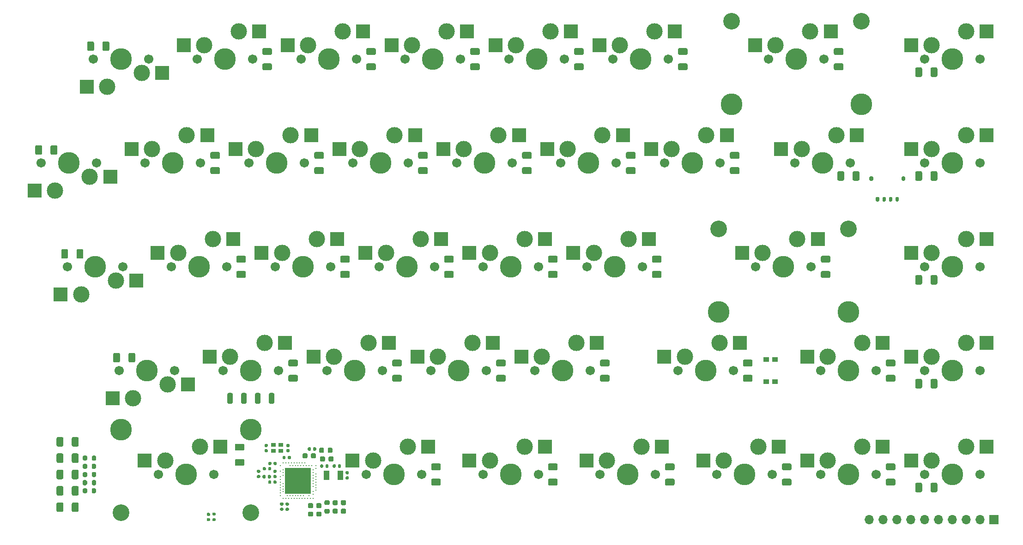
<source format=gbr>
%TF.GenerationSoftware,KiCad,Pcbnew,(5.1.10)-1*%
%TF.CreationDate,2023-08-12T15:50:14-04:00*%
%TF.ProjectId,niche65_mk2_right,6e696368-6536-4355-9f6d-6b325f726967,rev?*%
%TF.SameCoordinates,Original*%
%TF.FileFunction,Soldermask,Bot*%
%TF.FilePolarity,Negative*%
%FSLAX46Y46*%
G04 Gerber Fmt 4.6, Leading zero omitted, Abs format (unit mm)*
G04 Created by KiCad (PCBNEW (5.1.10)-1) date 2023-08-12 15:50:14*
%MOMM*%
%LPD*%
G01*
G04 APERTURE LIST*
%ADD10R,4.850000X4.850000*%
%ADD11C,0.250000*%
%ADD12R,2.550000X2.500000*%
%ADD13C,3.000000*%
%ADD14C,3.987800*%
%ADD15C,1.701800*%
%ADD16R,1.700000X1.700000*%
%ADD17O,1.700000X1.700000*%
%ADD18C,3.048000*%
%ADD19R,1.000000X0.900000*%
%ADD20R,1.000000X1.800000*%
%ADD21R,0.900000X0.800000*%
G04 APERTURE END LIST*
%TO.C,REF\u002A\u002A*%
G36*
G01*
X127122500Y-162980000D02*
X127122500Y-161480000D01*
G75*
G02*
X127372500Y-161230000I250000J0D01*
G01*
X127872500Y-161230000D01*
G75*
G02*
X128122500Y-161480000I0J-250000D01*
G01*
X128122500Y-162980000D01*
G75*
G02*
X127872500Y-163230000I-250000J0D01*
G01*
X127372500Y-163230000D01*
G75*
G02*
X127122500Y-162980000I0J250000D01*
G01*
G37*
%TD*%
%TO.C,REF\u002A\u002A*%
G36*
G01*
X119502500Y-162980000D02*
X119502500Y-161480000D01*
G75*
G02*
X119752500Y-161230000I250000J0D01*
G01*
X120252500Y-161230000D01*
G75*
G02*
X120502500Y-161480000I0J-250000D01*
G01*
X120502500Y-162980000D01*
G75*
G02*
X120252500Y-163230000I-250000J0D01*
G01*
X119752500Y-163230000D01*
G75*
G02*
X119502500Y-162980000I0J250000D01*
G01*
G37*
%TD*%
%TO.C,REF\u002A\u002A*%
G36*
G01*
X122042500Y-162980000D02*
X122042500Y-161480000D01*
G75*
G02*
X122292500Y-161230000I250000J0D01*
G01*
X122792500Y-161230000D01*
G75*
G02*
X123042500Y-161480000I0J-250000D01*
G01*
X123042500Y-162980000D01*
G75*
G02*
X122792500Y-163230000I-250000J0D01*
G01*
X122292500Y-163230000D01*
G75*
G02*
X122042500Y-162980000I0J250000D01*
G01*
G37*
%TD*%
%TO.C,REF\u002A\u002A*%
G36*
G01*
X124582500Y-162980000D02*
X124582500Y-161480000D01*
G75*
G02*
X124832500Y-161230000I250000J0D01*
G01*
X125332500Y-161230000D01*
G75*
G02*
X125582500Y-161480000I0J-250000D01*
G01*
X125582500Y-162980000D01*
G75*
G02*
X125332500Y-163230000I-250000J0D01*
G01*
X124832500Y-163230000D01*
G75*
G02*
X124582500Y-162980000I0J250000D01*
G01*
G37*
%TD*%
%TO.C,J1*%
G36*
G01*
X243093750Y-122137500D02*
X243093750Y-121687500D01*
G75*
G02*
X243268750Y-121512500I175000J0D01*
G01*
X243618750Y-121512500D01*
G75*
G02*
X243793750Y-121687500I0J-175000D01*
G01*
X243793750Y-122137500D01*
G75*
G02*
X243618750Y-122312500I-175000J0D01*
G01*
X243268750Y-122312500D01*
G75*
G02*
X243093750Y-122137500I0J175000D01*
G01*
G37*
G36*
G01*
X237193750Y-122137500D02*
X237193750Y-121687500D01*
G75*
G02*
X237368750Y-121512500I175000J0D01*
G01*
X237718750Y-121512500D01*
G75*
G02*
X237893750Y-121687500I0J-175000D01*
G01*
X237893750Y-122137500D01*
G75*
G02*
X237718750Y-122312500I-175000J0D01*
G01*
X237368750Y-122312500D01*
G75*
G02*
X237193750Y-122137500I0J175000D01*
G01*
G37*
G36*
G01*
X241993750Y-125962500D02*
X241993750Y-125412500D01*
G75*
G02*
X242143750Y-125262500I150000J0D01*
G01*
X242443750Y-125262500D01*
G75*
G02*
X242593750Y-125412500I0J-150000D01*
G01*
X242593750Y-125962500D01*
G75*
G02*
X242443750Y-126112500I-150000J0D01*
G01*
X242143750Y-126112500D01*
G75*
G02*
X241993750Y-125962500I0J150000D01*
G01*
G37*
G36*
G01*
X240793750Y-125962500D02*
X240793750Y-125412500D01*
G75*
G02*
X240943750Y-125262500I150000J0D01*
G01*
X241243750Y-125262500D01*
G75*
G02*
X241393750Y-125412500I0J-150000D01*
G01*
X241393750Y-125962500D01*
G75*
G02*
X241243750Y-126112500I-150000J0D01*
G01*
X240943750Y-126112500D01*
G75*
G02*
X240793750Y-125962500I0J150000D01*
G01*
G37*
G36*
G01*
X239593750Y-125962500D02*
X239593750Y-125412500D01*
G75*
G02*
X239743750Y-125262500I150000J0D01*
G01*
X240043750Y-125262500D01*
G75*
G02*
X240193750Y-125412500I0J-150000D01*
G01*
X240193750Y-125962500D01*
G75*
G02*
X240043750Y-126112500I-150000J0D01*
G01*
X239743750Y-126112500D01*
G75*
G02*
X239593750Y-125962500I0J150000D01*
G01*
G37*
G36*
G01*
X238393750Y-125962500D02*
X238393750Y-125412500D01*
G75*
G02*
X238543750Y-125262500I150000J0D01*
G01*
X238843750Y-125262500D01*
G75*
G02*
X238993750Y-125412500I0J-150000D01*
G01*
X238993750Y-125962500D01*
G75*
G02*
X238843750Y-126112500I-150000J0D01*
G01*
X238543750Y-126112500D01*
G75*
G02*
X238393750Y-125962500I0J150000D01*
G01*
G37*
%TD*%
D10*
%TO.C,U1*%
X132475000Y-177350000D03*
D11*
X129225000Y-174600000D03*
X129725000Y-175350000D03*
X133725000Y-174100000D03*
X134975000Y-174600000D03*
X130475000Y-180100000D03*
X129725000Y-180600000D03*
X135225000Y-180600000D03*
X135225000Y-179850000D03*
X135225000Y-179350000D03*
X135725000Y-179100000D03*
X135725000Y-178600000D03*
X135725000Y-178100000D03*
X135725000Y-177600000D03*
X135725000Y-177100000D03*
X135725000Y-176600000D03*
X135725000Y-176100000D03*
X135225000Y-178350000D03*
X135225000Y-177850000D03*
X135225000Y-177350000D03*
X135225000Y-176850000D03*
X135225000Y-176350000D03*
X135225000Y-175850000D03*
X135725000Y-175100000D03*
X135225000Y-175350000D03*
X135725000Y-174600000D03*
X134725000Y-180600000D03*
X134225000Y-180600000D03*
X133725000Y-180600000D03*
X133225000Y-180600000D03*
X132725000Y-180600000D03*
X132225000Y-180600000D03*
X131725000Y-180600000D03*
X131225000Y-180600000D03*
X130725000Y-180600000D03*
X130225000Y-180600000D03*
X130975000Y-180100000D03*
X131475000Y-180100000D03*
X131975000Y-180100000D03*
X132475000Y-180100000D03*
X132975000Y-180100000D03*
X133475000Y-180100000D03*
X134475000Y-180100000D03*
X134475000Y-174600000D03*
X133975000Y-174600000D03*
X133475000Y-174600000D03*
X132975000Y-174600000D03*
X132475000Y-174600000D03*
X131975000Y-174600000D03*
X131475000Y-174600000D03*
X130975000Y-174600000D03*
X133225000Y-174100000D03*
X132725000Y-174100000D03*
X132225000Y-174100000D03*
X131725000Y-174100000D03*
X131225000Y-174100000D03*
X130725000Y-174100000D03*
X130225000Y-174100000D03*
X129725000Y-174100000D03*
X129725000Y-175850000D03*
X129725000Y-176350000D03*
X129725000Y-177850000D03*
X129725000Y-178350000D03*
X129725000Y-178850000D03*
X129725000Y-179350000D03*
X129225000Y-175600000D03*
X129225000Y-176600000D03*
X129225000Y-177100000D03*
X129225000Y-177600000D03*
X129225000Y-178100000D03*
X129225000Y-178600000D03*
X129225000Y-179100000D03*
X129225000Y-179600000D03*
X129225000Y-180100000D03*
%TD*%
D12*
%TO.C,SW6*%
X201540000Y-94920000D03*
D13*
X197790000Y-94920000D03*
X191440000Y-97460000D03*
D14*
X195250000Y-100000000D03*
D15*
X200330000Y-100000000D03*
X190170000Y-100000000D03*
D12*
X187690000Y-97460000D03*
%TD*%
%TO.C,SW24*%
X196777500Y-133020000D03*
D13*
X193027500Y-133020000D03*
X186677500Y-135560000D03*
D14*
X190487500Y-138100000D03*
D15*
X195567500Y-138100000D03*
X185407500Y-138100000D03*
D12*
X182927500Y-135560000D03*
%TD*%
%TO.C,SW23*%
X177727500Y-133020000D03*
D13*
X173977500Y-133020000D03*
X167627500Y-135560000D03*
D14*
X171437500Y-138100000D03*
D15*
X176517500Y-138100000D03*
X166357500Y-138100000D03*
D12*
X163877500Y-135560000D03*
%TD*%
D16*
%TO.C,J10*%
X260020000Y-184455000D03*
D17*
X257480000Y-184455000D03*
X254940000Y-184455000D03*
X252400000Y-184455000D03*
X249860000Y-184455000D03*
X247320000Y-184455000D03*
X244780000Y-184455000D03*
X242240000Y-184455000D03*
X239700000Y-184455000D03*
X237160000Y-184455000D03*
%TD*%
D14*
%TO.C,REF\u002A\u002A*%
X233343750Y-146355000D03*
X209543750Y-146355000D03*
D18*
X233343750Y-131115000D03*
X209543750Y-131115000D03*
%TD*%
D14*
%TO.C,REF\u002A\u002A*%
X100006250Y-167945000D03*
X123806250Y-167945000D03*
D18*
X100006250Y-183185000D03*
X123806250Y-183185000D03*
%TD*%
%TO.C,REF\u002A\u002A*%
X211925000Y-93015000D03*
X235725000Y-93015000D03*
D14*
X211925000Y-108255000D03*
X235725000Y-108255000D03*
%TD*%
%TO.C,C1*%
G36*
G01*
X140525000Y-180925000D02*
X141025000Y-180925000D01*
G75*
G02*
X141250000Y-181150000I0J-225000D01*
G01*
X141250000Y-181600000D01*
G75*
G02*
X141025000Y-181825000I-225000J0D01*
G01*
X140525000Y-181825000D01*
G75*
G02*
X140300000Y-181600000I0J225000D01*
G01*
X140300000Y-181150000D01*
G75*
G02*
X140525000Y-180925000I225000J0D01*
G01*
G37*
G36*
G01*
X140525000Y-182475000D02*
X141025000Y-182475000D01*
G75*
G02*
X141250000Y-182700000I0J-225000D01*
G01*
X141250000Y-183150000D01*
G75*
G02*
X141025000Y-183375000I-225000J0D01*
G01*
X140525000Y-183375000D01*
G75*
G02*
X140300000Y-183150000I0J225000D01*
G01*
X140300000Y-182700000D01*
G75*
G02*
X140525000Y-182475000I225000J0D01*
G01*
G37*
%TD*%
%TO.C,C2*%
G36*
G01*
X130305000Y-181340000D02*
X130645000Y-181340000D01*
G75*
G02*
X130785000Y-181480000I0J-140000D01*
G01*
X130785000Y-181760000D01*
G75*
G02*
X130645000Y-181900000I-140000J0D01*
G01*
X130305000Y-181900000D01*
G75*
G02*
X130165000Y-181760000I0J140000D01*
G01*
X130165000Y-181480000D01*
G75*
G02*
X130305000Y-181340000I140000J0D01*
G01*
G37*
G36*
G01*
X130305000Y-182300000D02*
X130645000Y-182300000D01*
G75*
G02*
X130785000Y-182440000I0J-140000D01*
G01*
X130785000Y-182720000D01*
G75*
G02*
X130645000Y-182860000I-140000J0D01*
G01*
X130305000Y-182860000D01*
G75*
G02*
X130165000Y-182720000I0J140000D01*
G01*
X130165000Y-182440000D01*
G75*
G02*
X130305000Y-182300000I140000J0D01*
G01*
G37*
%TD*%
%TO.C,C3*%
G36*
G01*
X129305000Y-182300000D02*
X129645000Y-182300000D01*
G75*
G02*
X129785000Y-182440000I0J-140000D01*
G01*
X129785000Y-182720000D01*
G75*
G02*
X129645000Y-182860000I-140000J0D01*
G01*
X129305000Y-182860000D01*
G75*
G02*
X129165000Y-182720000I0J140000D01*
G01*
X129165000Y-182440000D01*
G75*
G02*
X129305000Y-182300000I140000J0D01*
G01*
G37*
G36*
G01*
X129305000Y-181340000D02*
X129645000Y-181340000D01*
G75*
G02*
X129785000Y-181480000I0J-140000D01*
G01*
X129785000Y-181760000D01*
G75*
G02*
X129645000Y-181900000I-140000J0D01*
G01*
X129305000Y-181900000D01*
G75*
G02*
X129165000Y-181760000I0J140000D01*
G01*
X129165000Y-181480000D01*
G75*
G02*
X129305000Y-181340000I140000J0D01*
G01*
G37*
%TD*%
%TO.C,C4*%
G36*
G01*
X131140000Y-172930000D02*
X131140000Y-173270000D01*
G75*
G02*
X131000000Y-173410000I-140000J0D01*
G01*
X130720000Y-173410000D01*
G75*
G02*
X130580000Y-173270000I0J140000D01*
G01*
X130580000Y-172930000D01*
G75*
G02*
X130720000Y-172790000I140000J0D01*
G01*
X131000000Y-172790000D01*
G75*
G02*
X131140000Y-172930000I0J-140000D01*
G01*
G37*
G36*
G01*
X130180000Y-172930000D02*
X130180000Y-173270000D01*
G75*
G02*
X130040000Y-173410000I-140000J0D01*
G01*
X129760000Y-173410000D01*
G75*
G02*
X129620000Y-173270000I0J140000D01*
G01*
X129620000Y-172930000D01*
G75*
G02*
X129760000Y-172790000I140000J0D01*
G01*
X130040000Y-172790000D01*
G75*
G02*
X130180000Y-172930000I0J-140000D01*
G01*
G37*
%TD*%
%TO.C,C5*%
G36*
G01*
X138050000Y-173600000D02*
X138050000Y-173100000D01*
G75*
G02*
X138275000Y-172875000I225000J0D01*
G01*
X138725000Y-172875000D01*
G75*
G02*
X138950000Y-173100000I0J-225000D01*
G01*
X138950000Y-173600000D01*
G75*
G02*
X138725000Y-173825000I-225000J0D01*
G01*
X138275000Y-173825000D01*
G75*
G02*
X138050000Y-173600000I0J225000D01*
G01*
G37*
G36*
G01*
X136500000Y-173600000D02*
X136500000Y-173100000D01*
G75*
G02*
X136725000Y-172875000I225000J0D01*
G01*
X137175000Y-172875000D01*
G75*
G02*
X137400000Y-173100000I0J-225000D01*
G01*
X137400000Y-173600000D01*
G75*
G02*
X137175000Y-173825000I-225000J0D01*
G01*
X136725000Y-173825000D01*
G75*
G02*
X136500000Y-173600000I0J225000D01*
G01*
G37*
%TD*%
%TO.C,C6*%
G36*
G01*
X139025000Y-182475000D02*
X139525000Y-182475000D01*
G75*
G02*
X139750000Y-182700000I0J-225000D01*
G01*
X139750000Y-183150000D01*
G75*
G02*
X139525000Y-183375000I-225000J0D01*
G01*
X139025000Y-183375000D01*
G75*
G02*
X138800000Y-183150000I0J225000D01*
G01*
X138800000Y-182700000D01*
G75*
G02*
X139025000Y-182475000I225000J0D01*
G01*
G37*
G36*
G01*
X139025000Y-180925000D02*
X139525000Y-180925000D01*
G75*
G02*
X139750000Y-181150000I0J-225000D01*
G01*
X139750000Y-181600000D01*
G75*
G02*
X139525000Y-181825000I-225000J0D01*
G01*
X139025000Y-181825000D01*
G75*
G02*
X138800000Y-181600000I0J225000D01*
G01*
X138800000Y-181150000D01*
G75*
G02*
X139025000Y-180925000I225000J0D01*
G01*
G37*
%TD*%
%TO.C,C7*%
G36*
G01*
X135011000Y-183909000D02*
X134511000Y-183909000D01*
G75*
G02*
X134286000Y-183684000I0J225000D01*
G01*
X134286000Y-183234000D01*
G75*
G02*
X134511000Y-183009000I225000J0D01*
G01*
X135011000Y-183009000D01*
G75*
G02*
X135236000Y-183234000I0J-225000D01*
G01*
X135236000Y-183684000D01*
G75*
G02*
X135011000Y-183909000I-225000J0D01*
G01*
G37*
G36*
G01*
X135011000Y-182359000D02*
X134511000Y-182359000D01*
G75*
G02*
X134286000Y-182134000I0J225000D01*
G01*
X134286000Y-181684000D01*
G75*
G02*
X134511000Y-181459000I225000J0D01*
G01*
X135011000Y-181459000D01*
G75*
G02*
X135236000Y-181684000I0J-225000D01*
G01*
X135236000Y-182134000D01*
G75*
G02*
X135011000Y-182359000I-225000J0D01*
G01*
G37*
%TD*%
%TO.C,C8*%
G36*
G01*
X134832000Y-173028000D02*
X134832000Y-172528000D01*
G75*
G02*
X135057000Y-172303000I225000J0D01*
G01*
X135507000Y-172303000D01*
G75*
G02*
X135732000Y-172528000I0J-225000D01*
G01*
X135732000Y-173028000D01*
G75*
G02*
X135507000Y-173253000I-225000J0D01*
G01*
X135057000Y-173253000D01*
G75*
G02*
X134832000Y-173028000I0J225000D01*
G01*
G37*
G36*
G01*
X133282000Y-173028000D02*
X133282000Y-172528000D01*
G75*
G02*
X133507000Y-172303000I225000J0D01*
G01*
X133957000Y-172303000D01*
G75*
G02*
X134182000Y-172528000I0J-225000D01*
G01*
X134182000Y-173028000D01*
G75*
G02*
X133957000Y-173253000I-225000J0D01*
G01*
X133507000Y-173253000D01*
G75*
G02*
X133282000Y-173028000I0J225000D01*
G01*
G37*
%TD*%
%TO.C,C9*%
G36*
G01*
X126015000Y-175320000D02*
X126015000Y-174980000D01*
G75*
G02*
X126155000Y-174840000I140000J0D01*
G01*
X126435000Y-174840000D01*
G75*
G02*
X126575000Y-174980000I0J-140000D01*
G01*
X126575000Y-175320000D01*
G75*
G02*
X126435000Y-175460000I-140000J0D01*
G01*
X126155000Y-175460000D01*
G75*
G02*
X126015000Y-175320000I0J140000D01*
G01*
G37*
G36*
G01*
X126975000Y-175320000D02*
X126975000Y-174980000D01*
G75*
G02*
X127115000Y-174840000I140000J0D01*
G01*
X127395000Y-174840000D01*
G75*
G02*
X127535000Y-174980000I0J-140000D01*
G01*
X127535000Y-175320000D01*
G75*
G02*
X127395000Y-175460000I-140000J0D01*
G01*
X127115000Y-175460000D01*
G75*
G02*
X126975000Y-175320000I0J140000D01*
G01*
G37*
%TD*%
%TO.C,C10*%
G36*
G01*
X136035000Y-181459000D02*
X136535000Y-181459000D01*
G75*
G02*
X136760000Y-181684000I0J-225000D01*
G01*
X136760000Y-182134000D01*
G75*
G02*
X136535000Y-182359000I-225000J0D01*
G01*
X136035000Y-182359000D01*
G75*
G02*
X135810000Y-182134000I0J225000D01*
G01*
X135810000Y-181684000D01*
G75*
G02*
X136035000Y-181459000I225000J0D01*
G01*
G37*
G36*
G01*
X136035000Y-183009000D02*
X136535000Y-183009000D01*
G75*
G02*
X136760000Y-183234000I0J-225000D01*
G01*
X136760000Y-183684000D01*
G75*
G02*
X136535000Y-183909000I-225000J0D01*
G01*
X136035000Y-183909000D01*
G75*
G02*
X135810000Y-183684000I0J225000D01*
G01*
X135810000Y-183234000D01*
G75*
G02*
X136035000Y-183009000I225000J0D01*
G01*
G37*
%TD*%
%TO.C,C11*%
G36*
G01*
X127545000Y-177430000D02*
X127545000Y-177770000D01*
G75*
G02*
X127405000Y-177910000I-140000J0D01*
G01*
X127125000Y-177910000D01*
G75*
G02*
X126985000Y-177770000I0J140000D01*
G01*
X126985000Y-177430000D01*
G75*
G02*
X127125000Y-177290000I140000J0D01*
G01*
X127405000Y-177290000D01*
G75*
G02*
X127545000Y-177430000I0J-140000D01*
G01*
G37*
G36*
G01*
X128505000Y-177430000D02*
X128505000Y-177770000D01*
G75*
G02*
X128365000Y-177910000I-140000J0D01*
G01*
X128085000Y-177910000D01*
G75*
G02*
X127945000Y-177770000I0J140000D01*
G01*
X127945000Y-177430000D01*
G75*
G02*
X128085000Y-177290000I140000J0D01*
G01*
X128365000Y-177290000D01*
G75*
G02*
X128505000Y-177430000I0J-140000D01*
G01*
G37*
%TD*%
%TO.C,C12*%
G36*
G01*
X128536000Y-174005000D02*
X128536000Y-174345000D01*
G75*
G02*
X128396000Y-174485000I-140000J0D01*
G01*
X128116000Y-174485000D01*
G75*
G02*
X127976000Y-174345000I0J140000D01*
G01*
X127976000Y-174005000D01*
G75*
G02*
X128116000Y-173865000I140000J0D01*
G01*
X128396000Y-173865000D01*
G75*
G02*
X128536000Y-174005000I0J-140000D01*
G01*
G37*
G36*
G01*
X127576000Y-174005000D02*
X127576000Y-174345000D01*
G75*
G02*
X127436000Y-174485000I-140000J0D01*
G01*
X127156000Y-174485000D01*
G75*
G02*
X127016000Y-174345000I0J140000D01*
G01*
X127016000Y-174005000D01*
G75*
G02*
X127156000Y-173865000I140000J0D01*
G01*
X127436000Y-173865000D01*
G75*
G02*
X127576000Y-174005000I0J-140000D01*
G01*
G37*
%TD*%
%TO.C,C13*%
G36*
G01*
X137475000Y-174820000D02*
X137475000Y-174480000D01*
G75*
G02*
X137615000Y-174340000I140000J0D01*
G01*
X137895000Y-174340000D01*
G75*
G02*
X138035000Y-174480000I0J-140000D01*
G01*
X138035000Y-174820000D01*
G75*
G02*
X137895000Y-174960000I-140000J0D01*
G01*
X137615000Y-174960000D01*
G75*
G02*
X137475000Y-174820000I0J140000D01*
G01*
G37*
G36*
G01*
X136515000Y-174820000D02*
X136515000Y-174480000D01*
G75*
G02*
X136655000Y-174340000I140000J0D01*
G01*
X136935000Y-174340000D01*
G75*
G02*
X137075000Y-174480000I0J-140000D01*
G01*
X137075000Y-174820000D01*
G75*
G02*
X136935000Y-174960000I-140000J0D01*
G01*
X136655000Y-174960000D01*
G75*
G02*
X136515000Y-174820000I0J140000D01*
G01*
G37*
%TD*%
%TO.C,C14*%
G36*
G01*
X138815000Y-174820000D02*
X138815000Y-174480000D01*
G75*
G02*
X138955000Y-174340000I140000J0D01*
G01*
X139235000Y-174340000D01*
G75*
G02*
X139375000Y-174480000I0J-140000D01*
G01*
X139375000Y-174820000D01*
G75*
G02*
X139235000Y-174960000I-140000J0D01*
G01*
X138955000Y-174960000D01*
G75*
G02*
X138815000Y-174820000I0J140000D01*
G01*
G37*
G36*
G01*
X139775000Y-174820000D02*
X139775000Y-174480000D01*
G75*
G02*
X139915000Y-174340000I140000J0D01*
G01*
X140195000Y-174340000D01*
G75*
G02*
X140335000Y-174480000I0J-140000D01*
G01*
X140335000Y-174820000D01*
G75*
G02*
X140195000Y-174960000I-140000J0D01*
G01*
X139915000Y-174960000D01*
G75*
G02*
X139775000Y-174820000I0J140000D01*
G01*
G37*
%TD*%
%TO.C,C15*%
G36*
G01*
X141305000Y-176550000D02*
X141645000Y-176550000D01*
G75*
G02*
X141785000Y-176690000I0J-140000D01*
G01*
X141785000Y-176970000D01*
G75*
G02*
X141645000Y-177110000I-140000J0D01*
G01*
X141305000Y-177110000D01*
G75*
G02*
X141165000Y-176970000I0J140000D01*
G01*
X141165000Y-176690000D01*
G75*
G02*
X141305000Y-176550000I140000J0D01*
G01*
G37*
G36*
G01*
X141305000Y-175590000D02*
X141645000Y-175590000D01*
G75*
G02*
X141785000Y-175730000I0J-140000D01*
G01*
X141785000Y-176010000D01*
G75*
G02*
X141645000Y-176150000I-140000J0D01*
G01*
X141305000Y-176150000D01*
G75*
G02*
X141165000Y-176010000I0J140000D01*
G01*
X141165000Y-175730000D01*
G75*
G02*
X141305000Y-175590000I140000J0D01*
G01*
G37*
%TD*%
%TO.C,C16*%
G36*
G01*
X115856250Y-183240000D02*
X116196250Y-183240000D01*
G75*
G02*
X116336250Y-183380000I0J-140000D01*
G01*
X116336250Y-183660000D01*
G75*
G02*
X116196250Y-183800000I-140000J0D01*
G01*
X115856250Y-183800000D01*
G75*
G02*
X115716250Y-183660000I0J140000D01*
G01*
X115716250Y-183380000D01*
G75*
G02*
X115856250Y-183240000I140000J0D01*
G01*
G37*
G36*
G01*
X115856250Y-184200000D02*
X116196250Y-184200000D01*
G75*
G02*
X116336250Y-184340000I0J-140000D01*
G01*
X116336250Y-184620000D01*
G75*
G02*
X116196250Y-184760000I-140000J0D01*
G01*
X115856250Y-184760000D01*
G75*
G02*
X115716250Y-184620000I0J140000D01*
G01*
X115716250Y-184340000D01*
G75*
G02*
X115856250Y-184200000I140000J0D01*
G01*
G37*
%TD*%
%TO.C,C17*%
G36*
G01*
X125395000Y-175900000D02*
X125055000Y-175900000D01*
G75*
G02*
X124915000Y-175760000I0J140000D01*
G01*
X124915000Y-175480000D01*
G75*
G02*
X125055000Y-175340000I140000J0D01*
G01*
X125395000Y-175340000D01*
G75*
G02*
X125535000Y-175480000I0J-140000D01*
G01*
X125535000Y-175760000D01*
G75*
G02*
X125395000Y-175900000I-140000J0D01*
G01*
G37*
G36*
G01*
X125395000Y-176860000D02*
X125055000Y-176860000D01*
G75*
G02*
X124915000Y-176720000I0J140000D01*
G01*
X124915000Y-176440000D01*
G75*
G02*
X125055000Y-176300000I140000J0D01*
G01*
X125395000Y-176300000D01*
G75*
G02*
X125535000Y-176440000I0J-140000D01*
G01*
X125535000Y-176720000D01*
G75*
G02*
X125395000Y-176860000I-140000J0D01*
G01*
G37*
%TD*%
%TO.C,C18*%
G36*
G01*
X128395000Y-176860000D02*
X128055000Y-176860000D01*
G75*
G02*
X127915000Y-176720000I0J140000D01*
G01*
X127915000Y-176440000D01*
G75*
G02*
X128055000Y-176300000I140000J0D01*
G01*
X128395000Y-176300000D01*
G75*
G02*
X128535000Y-176440000I0J-140000D01*
G01*
X128535000Y-176720000D01*
G75*
G02*
X128395000Y-176860000I-140000J0D01*
G01*
G37*
G36*
G01*
X128395000Y-175900000D02*
X128055000Y-175900000D01*
G75*
G02*
X127915000Y-175760000I0J140000D01*
G01*
X127915000Y-175480000D01*
G75*
G02*
X128055000Y-175340000I140000J0D01*
G01*
X128395000Y-175340000D01*
G75*
G02*
X128535000Y-175480000I0J-140000D01*
G01*
X128535000Y-175760000D01*
G75*
G02*
X128395000Y-175900000I-140000J0D01*
G01*
G37*
%TD*%
%TO.C,C19*%
G36*
G01*
X126440000Y-171550000D02*
X126780000Y-171550000D01*
G75*
G02*
X126920000Y-171690000I0J-140000D01*
G01*
X126920000Y-171970000D01*
G75*
G02*
X126780000Y-172110000I-140000J0D01*
G01*
X126440000Y-172110000D01*
G75*
G02*
X126300000Y-171970000I0J140000D01*
G01*
X126300000Y-171690000D01*
G75*
G02*
X126440000Y-171550000I140000J0D01*
G01*
G37*
G36*
G01*
X126440000Y-170590000D02*
X126780000Y-170590000D01*
G75*
G02*
X126920000Y-170730000I0J-140000D01*
G01*
X126920000Y-171010000D01*
G75*
G02*
X126780000Y-171150000I-140000J0D01*
G01*
X126440000Y-171150000D01*
G75*
G02*
X126300000Y-171010000I0J140000D01*
G01*
X126300000Y-170730000D01*
G75*
G02*
X126440000Y-170590000I140000J0D01*
G01*
G37*
%TD*%
%TO.C,C20*%
G36*
G01*
X130780000Y-172110000D02*
X130440000Y-172110000D01*
G75*
G02*
X130300000Y-171970000I0J140000D01*
G01*
X130300000Y-171690000D01*
G75*
G02*
X130440000Y-171550000I140000J0D01*
G01*
X130780000Y-171550000D01*
G75*
G02*
X130920000Y-171690000I0J-140000D01*
G01*
X130920000Y-171970000D01*
G75*
G02*
X130780000Y-172110000I-140000J0D01*
G01*
G37*
G36*
G01*
X130780000Y-171150000D02*
X130440000Y-171150000D01*
G75*
G02*
X130300000Y-171010000I0J140000D01*
G01*
X130300000Y-170730000D01*
G75*
G02*
X130440000Y-170590000I140000J0D01*
G01*
X130780000Y-170590000D01*
G75*
G02*
X130920000Y-170730000I0J-140000D01*
G01*
X130920000Y-171010000D01*
G75*
G02*
X130780000Y-171150000I-140000J0D01*
G01*
G37*
%TD*%
%TO.C,D1*%
G36*
G01*
X97857793Y-96993748D02*
X97857793Y-98243748D01*
G75*
G02*
X97607793Y-98493748I-250000J0D01*
G01*
X96857793Y-98493748D01*
G75*
G02*
X96607793Y-98243748I0J250000D01*
G01*
X96607793Y-96993748D01*
G75*
G02*
X96857793Y-96743748I250000J0D01*
G01*
X97607793Y-96743748D01*
G75*
G02*
X97857793Y-96993748I0J-250000D01*
G01*
G37*
G36*
G01*
X95057793Y-96993748D02*
X95057793Y-98243748D01*
G75*
G02*
X94807793Y-98493748I-250000J0D01*
G01*
X94057793Y-98493748D01*
G75*
G02*
X93807793Y-98243748I0J250000D01*
G01*
X93807793Y-96993748D01*
G75*
G02*
X94057793Y-96743748I250000J0D01*
G01*
X94807793Y-96743748D01*
G75*
G02*
X95057793Y-96993748I0J-250000D01*
G01*
G37*
%TD*%
%TO.C,D2*%
G36*
G01*
X127414069Y-99225000D02*
X126164069Y-99225000D01*
G75*
G02*
X125914069Y-98975000I0J250000D01*
G01*
X125914069Y-98225000D01*
G75*
G02*
X126164069Y-97975000I250000J0D01*
G01*
X127414069Y-97975000D01*
G75*
G02*
X127664069Y-98225000I0J-250000D01*
G01*
X127664069Y-98975000D01*
G75*
G02*
X127414069Y-99225000I-250000J0D01*
G01*
G37*
G36*
G01*
X127414069Y-102025000D02*
X126164069Y-102025000D01*
G75*
G02*
X125914069Y-101775000I0J250000D01*
G01*
X125914069Y-101025000D01*
G75*
G02*
X126164069Y-100775000I250000J0D01*
G01*
X127414069Y-100775000D01*
G75*
G02*
X127664069Y-101025000I0J-250000D01*
G01*
X127664069Y-101775000D01*
G75*
G02*
X127414069Y-102025000I-250000J0D01*
G01*
G37*
%TD*%
%TO.C,D3*%
G36*
G01*
X146464085Y-99225000D02*
X145214085Y-99225000D01*
G75*
G02*
X144964085Y-98975000I0J250000D01*
G01*
X144964085Y-98225000D01*
G75*
G02*
X145214085Y-97975000I250000J0D01*
G01*
X146464085Y-97975000D01*
G75*
G02*
X146714085Y-98225000I0J-250000D01*
G01*
X146714085Y-98975000D01*
G75*
G02*
X146464085Y-99225000I-250000J0D01*
G01*
G37*
G36*
G01*
X146464085Y-102025000D02*
X145214085Y-102025000D01*
G75*
G02*
X144964085Y-101775000I0J250000D01*
G01*
X144964085Y-101025000D01*
G75*
G02*
X145214085Y-100775000I250000J0D01*
G01*
X146464085Y-100775000D01*
G75*
G02*
X146714085Y-101025000I0J-250000D01*
G01*
X146714085Y-101775000D01*
G75*
G02*
X146464085Y-102025000I-250000J0D01*
G01*
G37*
%TD*%
%TO.C,D4*%
G36*
G01*
X165514101Y-99225000D02*
X164264101Y-99225000D01*
G75*
G02*
X164014101Y-98975000I0J250000D01*
G01*
X164014101Y-98225000D01*
G75*
G02*
X164264101Y-97975000I250000J0D01*
G01*
X165514101Y-97975000D01*
G75*
G02*
X165764101Y-98225000I0J-250000D01*
G01*
X165764101Y-98975000D01*
G75*
G02*
X165514101Y-99225000I-250000J0D01*
G01*
G37*
G36*
G01*
X165514101Y-102025000D02*
X164264101Y-102025000D01*
G75*
G02*
X164014101Y-101775000I0J250000D01*
G01*
X164014101Y-101025000D01*
G75*
G02*
X164264101Y-100775000I250000J0D01*
G01*
X165514101Y-100775000D01*
G75*
G02*
X165764101Y-101025000I0J-250000D01*
G01*
X165764101Y-101775000D01*
G75*
G02*
X165514101Y-102025000I-250000J0D01*
G01*
G37*
%TD*%
%TO.C,D5*%
G36*
G01*
X184564069Y-102025000D02*
X183314069Y-102025000D01*
G75*
G02*
X183064069Y-101775000I0J250000D01*
G01*
X183064069Y-101025000D01*
G75*
G02*
X183314069Y-100775000I250000J0D01*
G01*
X184564069Y-100775000D01*
G75*
G02*
X184814069Y-101025000I0J-250000D01*
G01*
X184814069Y-101775000D01*
G75*
G02*
X184564069Y-102025000I-250000J0D01*
G01*
G37*
G36*
G01*
X184564069Y-99225000D02*
X183314069Y-99225000D01*
G75*
G02*
X183064069Y-98975000I0J250000D01*
G01*
X183064069Y-98225000D01*
G75*
G02*
X183314069Y-97975000I250000J0D01*
G01*
X184564069Y-97975000D01*
G75*
G02*
X184814069Y-98225000I0J-250000D01*
G01*
X184814069Y-98975000D01*
G75*
G02*
X184564069Y-99225000I-250000J0D01*
G01*
G37*
%TD*%
%TO.C,D6*%
G36*
G01*
X203614085Y-99225000D02*
X202364085Y-99225000D01*
G75*
G02*
X202114085Y-98975000I0J250000D01*
G01*
X202114085Y-98225000D01*
G75*
G02*
X202364085Y-97975000I250000J0D01*
G01*
X203614085Y-97975000D01*
G75*
G02*
X203864085Y-98225000I0J-250000D01*
G01*
X203864085Y-98975000D01*
G75*
G02*
X203614085Y-99225000I-250000J0D01*
G01*
G37*
G36*
G01*
X203614085Y-102025000D02*
X202364085Y-102025000D01*
G75*
G02*
X202114085Y-101775000I0J250000D01*
G01*
X202114085Y-101025000D01*
G75*
G02*
X202364085Y-100775000I250000J0D01*
G01*
X203614085Y-100775000D01*
G75*
G02*
X203864085Y-101025000I0J-250000D01*
G01*
X203864085Y-101775000D01*
G75*
G02*
X203614085Y-102025000I-250000J0D01*
G01*
G37*
%TD*%
%TO.C,D8*%
G36*
G01*
X232189109Y-99225000D02*
X230939109Y-99225000D01*
G75*
G02*
X230689109Y-98975000I0J250000D01*
G01*
X230689109Y-98225000D01*
G75*
G02*
X230939109Y-97975000I250000J0D01*
G01*
X232189109Y-97975000D01*
G75*
G02*
X232439109Y-98225000I0J-250000D01*
G01*
X232439109Y-98975000D01*
G75*
G02*
X232189109Y-99225000I-250000J0D01*
G01*
G37*
G36*
G01*
X232189109Y-102025000D02*
X230939109Y-102025000D01*
G75*
G02*
X230689109Y-101775000I0J250000D01*
G01*
X230689109Y-101025000D01*
G75*
G02*
X230939109Y-100775000I250000J0D01*
G01*
X232189109Y-100775000D01*
G75*
G02*
X232439109Y-101025000I0J-250000D01*
G01*
X232439109Y-101775000D01*
G75*
G02*
X232189109Y-102025000I-250000J0D01*
G01*
G37*
%TD*%
%TO.C,D9*%
G36*
G01*
X245612500Y-103006250D02*
X245612500Y-101756250D01*
G75*
G02*
X245862500Y-101506250I250000J0D01*
G01*
X246612500Y-101506250D01*
G75*
G02*
X246862500Y-101756250I0J-250000D01*
G01*
X246862500Y-103006250D01*
G75*
G02*
X246612500Y-103256250I-250000J0D01*
G01*
X245862500Y-103256250D01*
G75*
G02*
X245612500Y-103006250I0J250000D01*
G01*
G37*
G36*
G01*
X248412500Y-103006250D02*
X248412500Y-101756250D01*
G75*
G02*
X248662500Y-101506250I250000J0D01*
G01*
X249412500Y-101506250D01*
G75*
G02*
X249662500Y-101756250I0J-250000D01*
G01*
X249662500Y-103006250D01*
G75*
G02*
X249412500Y-103256250I-250000J0D01*
G01*
X248662500Y-103256250D01*
G75*
G02*
X248412500Y-103006250I0J250000D01*
G01*
G37*
%TD*%
%TO.C,D10*%
G36*
G01*
X88332737Y-116043764D02*
X88332737Y-117293764D01*
G75*
G02*
X88082737Y-117543764I-250000J0D01*
G01*
X87332737Y-117543764D01*
G75*
G02*
X87082737Y-117293764I0J250000D01*
G01*
X87082737Y-116043764D01*
G75*
G02*
X87332737Y-115793764I250000J0D01*
G01*
X88082737Y-115793764D01*
G75*
G02*
X88332737Y-116043764I0J-250000D01*
G01*
G37*
G36*
G01*
X85532737Y-116043764D02*
X85532737Y-117293764D01*
G75*
G02*
X85282737Y-117543764I-250000J0D01*
G01*
X84532737Y-117543764D01*
G75*
G02*
X84282737Y-117293764I0J250000D01*
G01*
X84282737Y-116043764D01*
G75*
G02*
X84532737Y-115793764I250000J0D01*
G01*
X85282737Y-115793764D01*
G75*
G02*
X85532737Y-116043764I0J-250000D01*
G01*
G37*
%TD*%
%TO.C,D11*%
G36*
G01*
X117889013Y-121075016D02*
X116639013Y-121075016D01*
G75*
G02*
X116389013Y-120825016I0J250000D01*
G01*
X116389013Y-120075016D01*
G75*
G02*
X116639013Y-119825016I250000J0D01*
G01*
X117889013Y-119825016D01*
G75*
G02*
X118139013Y-120075016I0J-250000D01*
G01*
X118139013Y-120825016D01*
G75*
G02*
X117889013Y-121075016I-250000J0D01*
G01*
G37*
G36*
G01*
X117889013Y-118275016D02*
X116639013Y-118275016D01*
G75*
G02*
X116389013Y-118025016I0J250000D01*
G01*
X116389013Y-117275016D01*
G75*
G02*
X116639013Y-117025016I250000J0D01*
G01*
X117889013Y-117025016D01*
G75*
G02*
X118139013Y-117275016I0J-250000D01*
G01*
X118139013Y-118025016D01*
G75*
G02*
X117889013Y-118275016I-250000J0D01*
G01*
G37*
%TD*%
%TO.C,D12*%
G36*
G01*
X136939029Y-118275016D02*
X135689029Y-118275016D01*
G75*
G02*
X135439029Y-118025016I0J250000D01*
G01*
X135439029Y-117275016D01*
G75*
G02*
X135689029Y-117025016I250000J0D01*
G01*
X136939029Y-117025016D01*
G75*
G02*
X137189029Y-117275016I0J-250000D01*
G01*
X137189029Y-118025016D01*
G75*
G02*
X136939029Y-118275016I-250000J0D01*
G01*
G37*
G36*
G01*
X136939029Y-121075016D02*
X135689029Y-121075016D01*
G75*
G02*
X135439029Y-120825016I0J250000D01*
G01*
X135439029Y-120075016D01*
G75*
G02*
X135689029Y-119825016I250000J0D01*
G01*
X136939029Y-119825016D01*
G75*
G02*
X137189029Y-120075016I0J-250000D01*
G01*
X137189029Y-120825016D01*
G75*
G02*
X136939029Y-121075016I-250000J0D01*
G01*
G37*
%TD*%
%TO.C,D13*%
G36*
G01*
X155989045Y-118275016D02*
X154739045Y-118275016D01*
G75*
G02*
X154489045Y-118025016I0J250000D01*
G01*
X154489045Y-117275016D01*
G75*
G02*
X154739045Y-117025016I250000J0D01*
G01*
X155989045Y-117025016D01*
G75*
G02*
X156239045Y-117275016I0J-250000D01*
G01*
X156239045Y-118025016D01*
G75*
G02*
X155989045Y-118275016I-250000J0D01*
G01*
G37*
G36*
G01*
X155989045Y-121075016D02*
X154739045Y-121075016D01*
G75*
G02*
X154489045Y-120825016I0J250000D01*
G01*
X154489045Y-120075016D01*
G75*
G02*
X154739045Y-119825016I250000J0D01*
G01*
X155989045Y-119825016D01*
G75*
G02*
X156239045Y-120075016I0J-250000D01*
G01*
X156239045Y-120825016D01*
G75*
G02*
X155989045Y-121075016I-250000J0D01*
G01*
G37*
%TD*%
%TO.C,D14*%
G36*
G01*
X175039061Y-118275016D02*
X173789061Y-118275016D01*
G75*
G02*
X173539061Y-118025016I0J250000D01*
G01*
X173539061Y-117275016D01*
G75*
G02*
X173789061Y-117025016I250000J0D01*
G01*
X175039061Y-117025016D01*
G75*
G02*
X175289061Y-117275016I0J-250000D01*
G01*
X175289061Y-118025016D01*
G75*
G02*
X175039061Y-118275016I-250000J0D01*
G01*
G37*
G36*
G01*
X175039061Y-121075016D02*
X173789061Y-121075016D01*
G75*
G02*
X173539061Y-120825016I0J250000D01*
G01*
X173539061Y-120075016D01*
G75*
G02*
X173789061Y-119825016I250000J0D01*
G01*
X175039061Y-119825016D01*
G75*
G02*
X175289061Y-120075016I0J-250000D01*
G01*
X175289061Y-120825016D01*
G75*
G02*
X175039061Y-121075016I-250000J0D01*
G01*
G37*
%TD*%
%TO.C,D15*%
G36*
G01*
X194089077Y-121075016D02*
X192839077Y-121075016D01*
G75*
G02*
X192589077Y-120825016I0J250000D01*
G01*
X192589077Y-120075016D01*
G75*
G02*
X192839077Y-119825016I250000J0D01*
G01*
X194089077Y-119825016D01*
G75*
G02*
X194339077Y-120075016I0J-250000D01*
G01*
X194339077Y-120825016D01*
G75*
G02*
X194089077Y-121075016I-250000J0D01*
G01*
G37*
G36*
G01*
X194089077Y-118275016D02*
X192839077Y-118275016D01*
G75*
G02*
X192589077Y-118025016I0J250000D01*
G01*
X192589077Y-117275016D01*
G75*
G02*
X192839077Y-117025016I250000J0D01*
G01*
X194089077Y-117025016D01*
G75*
G02*
X194339077Y-117275016I0J-250000D01*
G01*
X194339077Y-118025016D01*
G75*
G02*
X194089077Y-118275016I-250000J0D01*
G01*
G37*
%TD*%
%TO.C,D16*%
G36*
G01*
X213139093Y-118275016D02*
X211889093Y-118275016D01*
G75*
G02*
X211639093Y-118025016I0J250000D01*
G01*
X211639093Y-117275016D01*
G75*
G02*
X211889093Y-117025016I250000J0D01*
G01*
X213139093Y-117025016D01*
G75*
G02*
X213389093Y-117275016I0J-250000D01*
G01*
X213389093Y-118025016D01*
G75*
G02*
X213139093Y-118275016I-250000J0D01*
G01*
G37*
G36*
G01*
X213139093Y-121075016D02*
X211889093Y-121075016D01*
G75*
G02*
X211639093Y-120825016I0J250000D01*
G01*
X211639093Y-120075016D01*
G75*
G02*
X211889093Y-119825016I250000J0D01*
G01*
X213139093Y-119825016D01*
G75*
G02*
X213389093Y-120075016I0J-250000D01*
G01*
X213389093Y-120825016D01*
G75*
G02*
X213139093Y-121075016I-250000J0D01*
G01*
G37*
%TD*%
%TO.C,D17*%
G36*
G01*
X231325000Y-122056250D02*
X231325000Y-120806250D01*
G75*
G02*
X231575000Y-120556250I250000J0D01*
G01*
X232325000Y-120556250D01*
G75*
G02*
X232575000Y-120806250I0J-250000D01*
G01*
X232575000Y-122056250D01*
G75*
G02*
X232325000Y-122306250I-250000J0D01*
G01*
X231575000Y-122306250D01*
G75*
G02*
X231325000Y-122056250I0J250000D01*
G01*
G37*
G36*
G01*
X234125000Y-122056250D02*
X234125000Y-120806250D01*
G75*
G02*
X234375000Y-120556250I250000J0D01*
G01*
X235125000Y-120556250D01*
G75*
G02*
X235375000Y-120806250I0J-250000D01*
G01*
X235375000Y-122056250D01*
G75*
G02*
X235125000Y-122306250I-250000J0D01*
G01*
X234375000Y-122306250D01*
G75*
G02*
X234125000Y-122056250I0J250000D01*
G01*
G37*
%TD*%
%TO.C,D18*%
G36*
G01*
X245612500Y-122056250D02*
X245612500Y-120806250D01*
G75*
G02*
X245862500Y-120556250I250000J0D01*
G01*
X246612500Y-120556250D01*
G75*
G02*
X246862500Y-120806250I0J-250000D01*
G01*
X246862500Y-122056250D01*
G75*
G02*
X246612500Y-122306250I-250000J0D01*
G01*
X245862500Y-122306250D01*
G75*
G02*
X245612500Y-122056250I0J250000D01*
G01*
G37*
G36*
G01*
X248412500Y-122056250D02*
X248412500Y-120806250D01*
G75*
G02*
X248662500Y-120556250I250000J0D01*
G01*
X249412500Y-120556250D01*
G75*
G02*
X249662500Y-120806250I0J-250000D01*
G01*
X249662500Y-122056250D01*
G75*
G02*
X249412500Y-122306250I-250000J0D01*
G01*
X248662500Y-122306250D01*
G75*
G02*
X248412500Y-122056250I0J250000D01*
G01*
G37*
%TD*%
%TO.C,D19*%
G36*
G01*
X93095241Y-135093780D02*
X93095241Y-136343780D01*
G75*
G02*
X92845241Y-136593780I-250000J0D01*
G01*
X92095241Y-136593780D01*
G75*
G02*
X91845241Y-136343780I0J250000D01*
G01*
X91845241Y-135093780D01*
G75*
G02*
X92095241Y-134843780I250000J0D01*
G01*
X92845241Y-134843780D01*
G75*
G02*
X93095241Y-135093780I0J-250000D01*
G01*
G37*
G36*
G01*
X90295241Y-135093780D02*
X90295241Y-136343780D01*
G75*
G02*
X90045241Y-136593780I-250000J0D01*
G01*
X89295241Y-136593780D01*
G75*
G02*
X89045241Y-136343780I0J250000D01*
G01*
X89045241Y-135093780D01*
G75*
G02*
X89295241Y-134843780I250000J0D01*
G01*
X90045241Y-134843780D01*
G75*
G02*
X90295241Y-135093780I0J-250000D01*
G01*
G37*
%TD*%
%TO.C,D20*%
G36*
G01*
X122651517Y-140125032D02*
X121401517Y-140125032D01*
G75*
G02*
X121151517Y-139875032I0J250000D01*
G01*
X121151517Y-139125032D01*
G75*
G02*
X121401517Y-138875032I250000J0D01*
G01*
X122651517Y-138875032D01*
G75*
G02*
X122901517Y-139125032I0J-250000D01*
G01*
X122901517Y-139875032D01*
G75*
G02*
X122651517Y-140125032I-250000J0D01*
G01*
G37*
G36*
G01*
X122651517Y-137325032D02*
X121401517Y-137325032D01*
G75*
G02*
X121151517Y-137075032I0J250000D01*
G01*
X121151517Y-136325032D01*
G75*
G02*
X121401517Y-136075032I250000J0D01*
G01*
X122651517Y-136075032D01*
G75*
G02*
X122901517Y-136325032I0J-250000D01*
G01*
X122901517Y-137075032D01*
G75*
G02*
X122651517Y-137325032I-250000J0D01*
G01*
G37*
%TD*%
%TO.C,D21*%
G36*
G01*
X141701533Y-137325032D02*
X140451533Y-137325032D01*
G75*
G02*
X140201533Y-137075032I0J250000D01*
G01*
X140201533Y-136325032D01*
G75*
G02*
X140451533Y-136075032I250000J0D01*
G01*
X141701533Y-136075032D01*
G75*
G02*
X141951533Y-136325032I0J-250000D01*
G01*
X141951533Y-137075032D01*
G75*
G02*
X141701533Y-137325032I-250000J0D01*
G01*
G37*
G36*
G01*
X141701533Y-140125032D02*
X140451533Y-140125032D01*
G75*
G02*
X140201533Y-139875032I0J250000D01*
G01*
X140201533Y-139125032D01*
G75*
G02*
X140451533Y-138875032I250000J0D01*
G01*
X141701533Y-138875032D01*
G75*
G02*
X141951533Y-139125032I0J-250000D01*
G01*
X141951533Y-139875032D01*
G75*
G02*
X141701533Y-140125032I-250000J0D01*
G01*
G37*
%TD*%
%TO.C,D22*%
G36*
G01*
X160751549Y-137325032D02*
X159501549Y-137325032D01*
G75*
G02*
X159251549Y-137075032I0J250000D01*
G01*
X159251549Y-136325032D01*
G75*
G02*
X159501549Y-136075032I250000J0D01*
G01*
X160751549Y-136075032D01*
G75*
G02*
X161001549Y-136325032I0J-250000D01*
G01*
X161001549Y-137075032D01*
G75*
G02*
X160751549Y-137325032I-250000J0D01*
G01*
G37*
G36*
G01*
X160751549Y-140125032D02*
X159501549Y-140125032D01*
G75*
G02*
X159251549Y-139875032I0J250000D01*
G01*
X159251549Y-139125032D01*
G75*
G02*
X159501549Y-138875032I250000J0D01*
G01*
X160751549Y-138875032D01*
G75*
G02*
X161001549Y-139125032I0J-250000D01*
G01*
X161001549Y-139875032D01*
G75*
G02*
X160751549Y-140125032I-250000J0D01*
G01*
G37*
%TD*%
%TO.C,D23*%
G36*
G01*
X179801565Y-137325032D02*
X178551565Y-137325032D01*
G75*
G02*
X178301565Y-137075032I0J250000D01*
G01*
X178301565Y-136325032D01*
G75*
G02*
X178551565Y-136075032I250000J0D01*
G01*
X179801565Y-136075032D01*
G75*
G02*
X180051565Y-136325032I0J-250000D01*
G01*
X180051565Y-137075032D01*
G75*
G02*
X179801565Y-137325032I-250000J0D01*
G01*
G37*
G36*
G01*
X179801565Y-140125032D02*
X178551565Y-140125032D01*
G75*
G02*
X178301565Y-139875032I0J250000D01*
G01*
X178301565Y-139125032D01*
G75*
G02*
X178551565Y-138875032I250000J0D01*
G01*
X179801565Y-138875032D01*
G75*
G02*
X180051565Y-139125032I0J-250000D01*
G01*
X180051565Y-139875032D01*
G75*
G02*
X179801565Y-140125032I-250000J0D01*
G01*
G37*
%TD*%
%TO.C,D24*%
G36*
G01*
X198851581Y-140125032D02*
X197601581Y-140125032D01*
G75*
G02*
X197351581Y-139875032I0J250000D01*
G01*
X197351581Y-139125032D01*
G75*
G02*
X197601581Y-138875032I250000J0D01*
G01*
X198851581Y-138875032D01*
G75*
G02*
X199101581Y-139125032I0J-250000D01*
G01*
X199101581Y-139875032D01*
G75*
G02*
X198851581Y-140125032I-250000J0D01*
G01*
G37*
G36*
G01*
X198851581Y-137325032D02*
X197601581Y-137325032D01*
G75*
G02*
X197351581Y-137075032I0J250000D01*
G01*
X197351581Y-136325032D01*
G75*
G02*
X197601581Y-136075032I250000J0D01*
G01*
X198851581Y-136075032D01*
G75*
G02*
X199101581Y-136325032I0J-250000D01*
G01*
X199101581Y-137075032D01*
G75*
G02*
X198851581Y-137325032I-250000J0D01*
G01*
G37*
%TD*%
%TO.C,D25*%
G36*
G01*
X229807857Y-137325032D02*
X228557857Y-137325032D01*
G75*
G02*
X228307857Y-137075032I0J250000D01*
G01*
X228307857Y-136325032D01*
G75*
G02*
X228557857Y-136075032I250000J0D01*
G01*
X229807857Y-136075032D01*
G75*
G02*
X230057857Y-136325032I0J-250000D01*
G01*
X230057857Y-137075032D01*
G75*
G02*
X229807857Y-137325032I-250000J0D01*
G01*
G37*
G36*
G01*
X229807857Y-140125032D02*
X228557857Y-140125032D01*
G75*
G02*
X228307857Y-139875032I0J250000D01*
G01*
X228307857Y-139125032D01*
G75*
G02*
X228557857Y-138875032I250000J0D01*
G01*
X229807857Y-138875032D01*
G75*
G02*
X230057857Y-139125032I0J-250000D01*
G01*
X230057857Y-139875032D01*
G75*
G02*
X229807857Y-140125032I-250000J0D01*
G01*
G37*
%TD*%
%TO.C,D26*%
G36*
G01*
X245612500Y-141106250D02*
X245612500Y-139856250D01*
G75*
G02*
X245862500Y-139606250I250000J0D01*
G01*
X246612500Y-139606250D01*
G75*
G02*
X246862500Y-139856250I0J-250000D01*
G01*
X246862500Y-141106250D01*
G75*
G02*
X246612500Y-141356250I-250000J0D01*
G01*
X245862500Y-141356250D01*
G75*
G02*
X245612500Y-141106250I0J250000D01*
G01*
G37*
G36*
G01*
X248412500Y-141106250D02*
X248412500Y-139856250D01*
G75*
G02*
X248662500Y-139606250I250000J0D01*
G01*
X249412500Y-139606250D01*
G75*
G02*
X249662500Y-139856250I0J-250000D01*
G01*
X249662500Y-141106250D01*
G75*
G02*
X249412500Y-141356250I-250000J0D01*
G01*
X248662500Y-141356250D01*
G75*
G02*
X248412500Y-141106250I0J250000D01*
G01*
G37*
%TD*%
%TO.C,D27*%
G36*
G01*
X102620249Y-154143796D02*
X102620249Y-155393796D01*
G75*
G02*
X102370249Y-155643796I-250000J0D01*
G01*
X101620249Y-155643796D01*
G75*
G02*
X101370249Y-155393796I0J250000D01*
G01*
X101370249Y-154143796D01*
G75*
G02*
X101620249Y-153893796I250000J0D01*
G01*
X102370249Y-153893796D01*
G75*
G02*
X102620249Y-154143796I0J-250000D01*
G01*
G37*
G36*
G01*
X99820249Y-154143796D02*
X99820249Y-155393796D01*
G75*
G02*
X99570249Y-155643796I-250000J0D01*
G01*
X98820249Y-155643796D01*
G75*
G02*
X98570249Y-155393796I0J250000D01*
G01*
X98570249Y-154143796D01*
G75*
G02*
X98820249Y-153893796I250000J0D01*
G01*
X99570249Y-153893796D01*
G75*
G02*
X99820249Y-154143796I0J-250000D01*
G01*
G37*
%TD*%
%TO.C,D28*%
G36*
G01*
X132176525Y-156375048D02*
X130926525Y-156375048D01*
G75*
G02*
X130676525Y-156125048I0J250000D01*
G01*
X130676525Y-155375048D01*
G75*
G02*
X130926525Y-155125048I250000J0D01*
G01*
X132176525Y-155125048D01*
G75*
G02*
X132426525Y-155375048I0J-250000D01*
G01*
X132426525Y-156125048D01*
G75*
G02*
X132176525Y-156375048I-250000J0D01*
G01*
G37*
G36*
G01*
X132176525Y-159175048D02*
X130926525Y-159175048D01*
G75*
G02*
X130676525Y-158925048I0J250000D01*
G01*
X130676525Y-158175048D01*
G75*
G02*
X130926525Y-157925048I250000J0D01*
G01*
X132176525Y-157925048D01*
G75*
G02*
X132426525Y-158175048I0J-250000D01*
G01*
X132426525Y-158925048D01*
G75*
G02*
X132176525Y-159175048I-250000J0D01*
G01*
G37*
%TD*%
%TO.C,D29*%
G36*
G01*
X151226541Y-159175048D02*
X149976541Y-159175048D01*
G75*
G02*
X149726541Y-158925048I0J250000D01*
G01*
X149726541Y-158175048D01*
G75*
G02*
X149976541Y-157925048I250000J0D01*
G01*
X151226541Y-157925048D01*
G75*
G02*
X151476541Y-158175048I0J-250000D01*
G01*
X151476541Y-158925048D01*
G75*
G02*
X151226541Y-159175048I-250000J0D01*
G01*
G37*
G36*
G01*
X151226541Y-156375048D02*
X149976541Y-156375048D01*
G75*
G02*
X149726541Y-156125048I0J250000D01*
G01*
X149726541Y-155375048D01*
G75*
G02*
X149976541Y-155125048I250000J0D01*
G01*
X151226541Y-155125048D01*
G75*
G02*
X151476541Y-155375048I0J-250000D01*
G01*
X151476541Y-156125048D01*
G75*
G02*
X151226541Y-156375048I-250000J0D01*
G01*
G37*
%TD*%
%TO.C,D30*%
G36*
G01*
X170276557Y-156375048D02*
X169026557Y-156375048D01*
G75*
G02*
X168776557Y-156125048I0J250000D01*
G01*
X168776557Y-155375048D01*
G75*
G02*
X169026557Y-155125048I250000J0D01*
G01*
X170276557Y-155125048D01*
G75*
G02*
X170526557Y-155375048I0J-250000D01*
G01*
X170526557Y-156125048D01*
G75*
G02*
X170276557Y-156375048I-250000J0D01*
G01*
G37*
G36*
G01*
X170276557Y-159175048D02*
X169026557Y-159175048D01*
G75*
G02*
X168776557Y-158925048I0J250000D01*
G01*
X168776557Y-158175048D01*
G75*
G02*
X169026557Y-157925048I250000J0D01*
G01*
X170276557Y-157925048D01*
G75*
G02*
X170526557Y-158175048I0J-250000D01*
G01*
X170526557Y-158925048D01*
G75*
G02*
X170276557Y-159175048I-250000J0D01*
G01*
G37*
%TD*%
%TO.C,D31*%
G36*
G01*
X189326573Y-159175048D02*
X188076573Y-159175048D01*
G75*
G02*
X187826573Y-158925048I0J250000D01*
G01*
X187826573Y-158175048D01*
G75*
G02*
X188076573Y-157925048I250000J0D01*
G01*
X189326573Y-157925048D01*
G75*
G02*
X189576573Y-158175048I0J-250000D01*
G01*
X189576573Y-158925048D01*
G75*
G02*
X189326573Y-159175048I-250000J0D01*
G01*
G37*
G36*
G01*
X189326573Y-156375048D02*
X188076573Y-156375048D01*
G75*
G02*
X187826573Y-156125048I0J250000D01*
G01*
X187826573Y-155375048D01*
G75*
G02*
X188076573Y-155125048I250000J0D01*
G01*
X189326573Y-155125048D01*
G75*
G02*
X189576573Y-155375048I0J-250000D01*
G01*
X189576573Y-156125048D01*
G75*
G02*
X189326573Y-156375048I-250000J0D01*
G01*
G37*
%TD*%
%TO.C,D32*%
G36*
G01*
X215520345Y-156375048D02*
X214270345Y-156375048D01*
G75*
G02*
X214020345Y-156125048I0J250000D01*
G01*
X214020345Y-155375048D01*
G75*
G02*
X214270345Y-155125048I250000J0D01*
G01*
X215520345Y-155125048D01*
G75*
G02*
X215770345Y-155375048I0J-250000D01*
G01*
X215770345Y-156125048D01*
G75*
G02*
X215520345Y-156375048I-250000J0D01*
G01*
G37*
G36*
G01*
X215520345Y-159175048D02*
X214270345Y-159175048D01*
G75*
G02*
X214020345Y-158925048I0J250000D01*
G01*
X214020345Y-158175048D01*
G75*
G02*
X214270345Y-157925048I250000J0D01*
G01*
X215520345Y-157925048D01*
G75*
G02*
X215770345Y-158175048I0J-250000D01*
G01*
X215770345Y-158925048D01*
G75*
G02*
X215520345Y-159175048I-250000J0D01*
G01*
G37*
%TD*%
%TO.C,D33*%
G36*
G01*
X241714117Y-159175048D02*
X240464117Y-159175048D01*
G75*
G02*
X240214117Y-158925048I0J250000D01*
G01*
X240214117Y-158175048D01*
G75*
G02*
X240464117Y-157925048I250000J0D01*
G01*
X241714117Y-157925048D01*
G75*
G02*
X241964117Y-158175048I0J-250000D01*
G01*
X241964117Y-158925048D01*
G75*
G02*
X241714117Y-159175048I-250000J0D01*
G01*
G37*
G36*
G01*
X241714117Y-156375048D02*
X240464117Y-156375048D01*
G75*
G02*
X240214117Y-156125048I0J250000D01*
G01*
X240214117Y-155375048D01*
G75*
G02*
X240464117Y-155125048I250000J0D01*
G01*
X241714117Y-155125048D01*
G75*
G02*
X241964117Y-155375048I0J-250000D01*
G01*
X241964117Y-156125048D01*
G75*
G02*
X241714117Y-156375048I-250000J0D01*
G01*
G37*
%TD*%
%TO.C,D34*%
G36*
G01*
X248412500Y-160156250D02*
X248412500Y-158906250D01*
G75*
G02*
X248662500Y-158656250I250000J0D01*
G01*
X249412500Y-158656250D01*
G75*
G02*
X249662500Y-158906250I0J-250000D01*
G01*
X249662500Y-160156250D01*
G75*
G02*
X249412500Y-160406250I-250000J0D01*
G01*
X248662500Y-160406250D01*
G75*
G02*
X248412500Y-160156250I0J250000D01*
G01*
G37*
G36*
G01*
X245612500Y-160156250D02*
X245612500Y-158906250D01*
G75*
G02*
X245862500Y-158656250I250000J0D01*
G01*
X246612500Y-158656250D01*
G75*
G02*
X246862500Y-158906250I0J-250000D01*
G01*
X246862500Y-160156250D01*
G75*
G02*
X246612500Y-160406250I-250000J0D01*
G01*
X245862500Y-160406250D01*
G75*
G02*
X245612500Y-160156250I0J250000D01*
G01*
G37*
%TD*%
%TO.C,D35*%
G36*
G01*
X122384375Y-174612500D02*
X121134375Y-174612500D01*
G75*
G02*
X120884375Y-174362500I0J250000D01*
G01*
X120884375Y-173612500D01*
G75*
G02*
X121134375Y-173362500I250000J0D01*
G01*
X122384375Y-173362500D01*
G75*
G02*
X122634375Y-173612500I0J-250000D01*
G01*
X122634375Y-174362500D01*
G75*
G02*
X122384375Y-174612500I-250000J0D01*
G01*
G37*
G36*
G01*
X122384375Y-171812500D02*
X121134375Y-171812500D01*
G75*
G02*
X120884375Y-171562500I0J250000D01*
G01*
X120884375Y-170812500D01*
G75*
G02*
X121134375Y-170562500I250000J0D01*
G01*
X122384375Y-170562500D01*
G75*
G02*
X122634375Y-170812500I0J-250000D01*
G01*
X122634375Y-171562500D01*
G75*
G02*
X122384375Y-171812500I-250000J0D01*
G01*
G37*
%TD*%
%TO.C,D36*%
G36*
G01*
X158370297Y-178225064D02*
X157120297Y-178225064D01*
G75*
G02*
X156870297Y-177975064I0J250000D01*
G01*
X156870297Y-177225064D01*
G75*
G02*
X157120297Y-176975064I250000J0D01*
G01*
X158370297Y-176975064D01*
G75*
G02*
X158620297Y-177225064I0J-250000D01*
G01*
X158620297Y-177975064D01*
G75*
G02*
X158370297Y-178225064I-250000J0D01*
G01*
G37*
G36*
G01*
X158370297Y-175425064D02*
X157120297Y-175425064D01*
G75*
G02*
X156870297Y-175175064I0J250000D01*
G01*
X156870297Y-174425064D01*
G75*
G02*
X157120297Y-174175064I250000J0D01*
G01*
X158370297Y-174175064D01*
G75*
G02*
X158620297Y-174425064I0J-250000D01*
G01*
X158620297Y-175175064D01*
G75*
G02*
X158370297Y-175425064I-250000J0D01*
G01*
G37*
%TD*%
%TO.C,D37*%
G36*
G01*
X179801565Y-178225064D02*
X178551565Y-178225064D01*
G75*
G02*
X178301565Y-177975064I0J250000D01*
G01*
X178301565Y-177225064D01*
G75*
G02*
X178551565Y-176975064I250000J0D01*
G01*
X179801565Y-176975064D01*
G75*
G02*
X180051565Y-177225064I0J-250000D01*
G01*
X180051565Y-177975064D01*
G75*
G02*
X179801565Y-178225064I-250000J0D01*
G01*
G37*
G36*
G01*
X179801565Y-175425064D02*
X178551565Y-175425064D01*
G75*
G02*
X178301565Y-175175064I0J250000D01*
G01*
X178301565Y-174425064D01*
G75*
G02*
X178551565Y-174175064I250000J0D01*
G01*
X179801565Y-174175064D01*
G75*
G02*
X180051565Y-174425064I0J-250000D01*
G01*
X180051565Y-175175064D01*
G75*
G02*
X179801565Y-175425064I-250000J0D01*
G01*
G37*
%TD*%
%TO.C,D38*%
G36*
G01*
X201232833Y-175425064D02*
X199982833Y-175425064D01*
G75*
G02*
X199732833Y-175175064I0J250000D01*
G01*
X199732833Y-174425064D01*
G75*
G02*
X199982833Y-174175064I250000J0D01*
G01*
X201232833Y-174175064D01*
G75*
G02*
X201482833Y-174425064I0J-250000D01*
G01*
X201482833Y-175175064D01*
G75*
G02*
X201232833Y-175425064I-250000J0D01*
G01*
G37*
G36*
G01*
X201232833Y-178225064D02*
X199982833Y-178225064D01*
G75*
G02*
X199732833Y-177975064I0J250000D01*
G01*
X199732833Y-177225064D01*
G75*
G02*
X199982833Y-176975064I250000J0D01*
G01*
X201232833Y-176975064D01*
G75*
G02*
X201482833Y-177225064I0J-250000D01*
G01*
X201482833Y-177975064D01*
G75*
G02*
X201232833Y-178225064I-250000J0D01*
G01*
G37*
%TD*%
%TO.C,D39*%
G36*
G01*
X222664101Y-175425064D02*
X221414101Y-175425064D01*
G75*
G02*
X221164101Y-175175064I0J250000D01*
G01*
X221164101Y-174425064D01*
G75*
G02*
X221414101Y-174175064I250000J0D01*
G01*
X222664101Y-174175064D01*
G75*
G02*
X222914101Y-174425064I0J-250000D01*
G01*
X222914101Y-175175064D01*
G75*
G02*
X222664101Y-175425064I-250000J0D01*
G01*
G37*
G36*
G01*
X222664101Y-178225064D02*
X221414101Y-178225064D01*
G75*
G02*
X221164101Y-177975064I0J250000D01*
G01*
X221164101Y-177225064D01*
G75*
G02*
X221414101Y-176975064I250000J0D01*
G01*
X222664101Y-176975064D01*
G75*
G02*
X222914101Y-177225064I0J-250000D01*
G01*
X222914101Y-177975064D01*
G75*
G02*
X222664101Y-178225064I-250000J0D01*
G01*
G37*
%TD*%
%TO.C,D40*%
G36*
G01*
X241714117Y-175425064D02*
X240464117Y-175425064D01*
G75*
G02*
X240214117Y-175175064I0J250000D01*
G01*
X240214117Y-174425064D01*
G75*
G02*
X240464117Y-174175064I250000J0D01*
G01*
X241714117Y-174175064D01*
G75*
G02*
X241964117Y-174425064I0J-250000D01*
G01*
X241964117Y-175175064D01*
G75*
G02*
X241714117Y-175425064I-250000J0D01*
G01*
G37*
G36*
G01*
X241714117Y-178225064D02*
X240464117Y-178225064D01*
G75*
G02*
X240214117Y-177975064I0J250000D01*
G01*
X240214117Y-177225064D01*
G75*
G02*
X240464117Y-176975064I250000J0D01*
G01*
X241714117Y-176975064D01*
G75*
G02*
X241964117Y-177225064I0J-250000D01*
G01*
X241964117Y-177975064D01*
G75*
G02*
X241714117Y-178225064I-250000J0D01*
G01*
G37*
%TD*%
%TO.C,D41*%
G36*
G01*
X248412500Y-179206250D02*
X248412500Y-177956250D01*
G75*
G02*
X248662500Y-177706250I250000J0D01*
G01*
X249412500Y-177706250D01*
G75*
G02*
X249662500Y-177956250I0J-250000D01*
G01*
X249662500Y-179206250D01*
G75*
G02*
X249412500Y-179456250I-250000J0D01*
G01*
X248662500Y-179456250D01*
G75*
G02*
X248412500Y-179206250I0J250000D01*
G01*
G37*
G36*
G01*
X245612500Y-179206250D02*
X245612500Y-177956250D01*
G75*
G02*
X245862500Y-177706250I250000J0D01*
G01*
X246612500Y-177706250D01*
G75*
G02*
X246862500Y-177956250I0J-250000D01*
G01*
X246862500Y-179206250D01*
G75*
G02*
X246612500Y-179456250I-250000J0D01*
G01*
X245862500Y-179456250D01*
G75*
G02*
X245612500Y-179206250I0J250000D01*
G01*
G37*
%TD*%
%TO.C,D100*%
G36*
G01*
X88187500Y-170825000D02*
X88187500Y-169575000D01*
G75*
G02*
X88437500Y-169325000I250000J0D01*
G01*
X89187500Y-169325000D01*
G75*
G02*
X89437500Y-169575000I0J-250000D01*
G01*
X89437500Y-170825000D01*
G75*
G02*
X89187500Y-171075000I-250000J0D01*
G01*
X88437500Y-171075000D01*
G75*
G02*
X88187500Y-170825000I0J250000D01*
G01*
G37*
G36*
G01*
X90987500Y-170825000D02*
X90987500Y-169575000D01*
G75*
G02*
X91237500Y-169325000I250000J0D01*
G01*
X91987500Y-169325000D01*
G75*
G02*
X92237500Y-169575000I0J-250000D01*
G01*
X92237500Y-170825000D01*
G75*
G02*
X91987500Y-171075000I-250000J0D01*
G01*
X91237500Y-171075000D01*
G75*
G02*
X90987500Y-170825000I0J250000D01*
G01*
G37*
%TD*%
%TO.C,D101*%
G36*
G01*
X88187500Y-173825000D02*
X88187500Y-172575000D01*
G75*
G02*
X88437500Y-172325000I250000J0D01*
G01*
X89187500Y-172325000D01*
G75*
G02*
X89437500Y-172575000I0J-250000D01*
G01*
X89437500Y-173825000D01*
G75*
G02*
X89187500Y-174075000I-250000J0D01*
G01*
X88437500Y-174075000D01*
G75*
G02*
X88187500Y-173825000I0J250000D01*
G01*
G37*
G36*
G01*
X90987500Y-173825000D02*
X90987500Y-172575000D01*
G75*
G02*
X91237500Y-172325000I250000J0D01*
G01*
X91987500Y-172325000D01*
G75*
G02*
X92237500Y-172575000I0J-250000D01*
G01*
X92237500Y-173825000D01*
G75*
G02*
X91987500Y-174075000I-250000J0D01*
G01*
X91237500Y-174075000D01*
G75*
G02*
X90987500Y-173825000I0J250000D01*
G01*
G37*
%TD*%
%TO.C,D102*%
G36*
G01*
X88187500Y-176825000D02*
X88187500Y-175575000D01*
G75*
G02*
X88437500Y-175325000I250000J0D01*
G01*
X89187500Y-175325000D01*
G75*
G02*
X89437500Y-175575000I0J-250000D01*
G01*
X89437500Y-176825000D01*
G75*
G02*
X89187500Y-177075000I-250000J0D01*
G01*
X88437500Y-177075000D01*
G75*
G02*
X88187500Y-176825000I0J250000D01*
G01*
G37*
G36*
G01*
X90987500Y-176825000D02*
X90987500Y-175575000D01*
G75*
G02*
X91237500Y-175325000I250000J0D01*
G01*
X91987500Y-175325000D01*
G75*
G02*
X92237500Y-175575000I0J-250000D01*
G01*
X92237500Y-176825000D01*
G75*
G02*
X91987500Y-177075000I-250000J0D01*
G01*
X91237500Y-177075000D01*
G75*
G02*
X90987500Y-176825000I0J250000D01*
G01*
G37*
%TD*%
%TO.C,D103*%
G36*
G01*
X90987500Y-179825000D02*
X90987500Y-178575000D01*
G75*
G02*
X91237500Y-178325000I250000J0D01*
G01*
X91987500Y-178325000D01*
G75*
G02*
X92237500Y-178575000I0J-250000D01*
G01*
X92237500Y-179825000D01*
G75*
G02*
X91987500Y-180075000I-250000J0D01*
G01*
X91237500Y-180075000D01*
G75*
G02*
X90987500Y-179825000I0J250000D01*
G01*
G37*
G36*
G01*
X88187500Y-179825000D02*
X88187500Y-178575000D01*
G75*
G02*
X88437500Y-178325000I250000J0D01*
G01*
X89187500Y-178325000D01*
G75*
G02*
X89437500Y-178575000I0J-250000D01*
G01*
X89437500Y-179825000D01*
G75*
G02*
X89187500Y-180075000I-250000J0D01*
G01*
X88437500Y-180075000D01*
G75*
G02*
X88187500Y-179825000I0J250000D01*
G01*
G37*
%TD*%
%TO.C,D104*%
G36*
G01*
X90987500Y-182825000D02*
X90987500Y-181575000D01*
G75*
G02*
X91237500Y-181325000I250000J0D01*
G01*
X91987500Y-181325000D01*
G75*
G02*
X92237500Y-181575000I0J-250000D01*
G01*
X92237500Y-182825000D01*
G75*
G02*
X91987500Y-183075000I-250000J0D01*
G01*
X91237500Y-183075000D01*
G75*
G02*
X90987500Y-182825000I0J250000D01*
G01*
G37*
G36*
G01*
X88187500Y-182825000D02*
X88187500Y-181575000D01*
G75*
G02*
X88437500Y-181325000I250000J0D01*
G01*
X89187500Y-181325000D01*
G75*
G02*
X89437500Y-181575000I0J-250000D01*
G01*
X89437500Y-182825000D01*
G75*
G02*
X89187500Y-183075000I-250000J0D01*
G01*
X88437500Y-183075000D01*
G75*
G02*
X88187500Y-182825000I0J250000D01*
G01*
G37*
%TD*%
%TO.C,L1*%
G36*
G01*
X135205000Y-171680500D02*
X135205000Y-171335500D01*
G75*
G02*
X135352500Y-171188000I147500J0D01*
G01*
X135647500Y-171188000D01*
G75*
G02*
X135795000Y-171335500I0J-147500D01*
G01*
X135795000Y-171680500D01*
G75*
G02*
X135647500Y-171828000I-147500J0D01*
G01*
X135352500Y-171828000D01*
G75*
G02*
X135205000Y-171680500I0J147500D01*
G01*
G37*
G36*
G01*
X134235000Y-171680500D02*
X134235000Y-171335500D01*
G75*
G02*
X134382500Y-171188000I147500J0D01*
G01*
X134677500Y-171188000D01*
G75*
G02*
X134825000Y-171335500I0J-147500D01*
G01*
X134825000Y-171680500D01*
G75*
G02*
X134677500Y-171828000I-147500J0D01*
G01*
X134382500Y-171828000D01*
G75*
G02*
X134235000Y-171680500I0J147500D01*
G01*
G37*
%TD*%
%TO.C,L2*%
G36*
G01*
X137905000Y-172018250D02*
X137905000Y-171505750D01*
G75*
G02*
X138123750Y-171287000I218750J0D01*
G01*
X138561250Y-171287000D01*
G75*
G02*
X138780000Y-171505750I0J-218750D01*
G01*
X138780000Y-172018250D01*
G75*
G02*
X138561250Y-172237000I-218750J0D01*
G01*
X138123750Y-172237000D01*
G75*
G02*
X137905000Y-172018250I0J218750D01*
G01*
G37*
G36*
G01*
X136330000Y-172018250D02*
X136330000Y-171505750D01*
G75*
G02*
X136548750Y-171287000I218750J0D01*
G01*
X136986250Y-171287000D01*
G75*
G02*
X137205000Y-171505750I0J-218750D01*
G01*
X137205000Y-172018250D01*
G75*
G02*
X136986250Y-172237000I-218750J0D01*
G01*
X136548750Y-172237000D01*
G75*
G02*
X136330000Y-172018250I0J218750D01*
G01*
G37*
%TD*%
%TO.C,L3*%
G36*
G01*
X137518750Y-180925000D02*
X138031250Y-180925000D01*
G75*
G02*
X138250000Y-181143750I0J-218750D01*
G01*
X138250000Y-181581250D01*
G75*
G02*
X138031250Y-181800000I-218750J0D01*
G01*
X137518750Y-181800000D01*
G75*
G02*
X137300000Y-181581250I0J218750D01*
G01*
X137300000Y-181143750D01*
G75*
G02*
X137518750Y-180925000I218750J0D01*
G01*
G37*
G36*
G01*
X137518750Y-182500000D02*
X138031250Y-182500000D01*
G75*
G02*
X138250000Y-182718750I0J-218750D01*
G01*
X138250000Y-183156250D01*
G75*
G02*
X138031250Y-183375000I-218750J0D01*
G01*
X137518750Y-183375000D01*
G75*
G02*
X137300000Y-183156250I0J218750D01*
G01*
X137300000Y-182718750D01*
G75*
G02*
X137518750Y-182500000I218750J0D01*
G01*
G37*
%TD*%
%TO.C,L4*%
G36*
G01*
X125945000Y-176772500D02*
X125945000Y-176427500D01*
G75*
G02*
X126092500Y-176280000I147500J0D01*
G01*
X126387500Y-176280000D01*
G75*
G02*
X126535000Y-176427500I0J-147500D01*
G01*
X126535000Y-176772500D01*
G75*
G02*
X126387500Y-176920000I-147500J0D01*
G01*
X126092500Y-176920000D01*
G75*
G02*
X125945000Y-176772500I0J147500D01*
G01*
G37*
G36*
G01*
X126915000Y-176772500D02*
X126915000Y-176427500D01*
G75*
G02*
X127062500Y-176280000I147500J0D01*
G01*
X127357500Y-176280000D01*
G75*
G02*
X127505000Y-176427500I0J-147500D01*
G01*
X127505000Y-176772500D01*
G75*
G02*
X127357500Y-176920000I-147500J0D01*
G01*
X127062500Y-176920000D01*
G75*
G02*
X126915000Y-176772500I0J147500D01*
G01*
G37*
%TD*%
%TO.C,R1*%
G36*
G01*
X92987500Y-173475000D02*
X92987500Y-172925000D01*
G75*
G02*
X93187500Y-172725000I200000J0D01*
G01*
X93587500Y-172725000D01*
G75*
G02*
X93787500Y-172925000I0J-200000D01*
G01*
X93787500Y-173475000D01*
G75*
G02*
X93587500Y-173675000I-200000J0D01*
G01*
X93187500Y-173675000D01*
G75*
G02*
X92987500Y-173475000I0J200000D01*
G01*
G37*
G36*
G01*
X94637500Y-173475000D02*
X94637500Y-172925000D01*
G75*
G02*
X94837500Y-172725000I200000J0D01*
G01*
X95237500Y-172725000D01*
G75*
G02*
X95437500Y-172925000I0J-200000D01*
G01*
X95437500Y-173475000D01*
G75*
G02*
X95237500Y-173675000I-200000J0D01*
G01*
X94837500Y-173675000D01*
G75*
G02*
X94637500Y-173475000I0J200000D01*
G01*
G37*
%TD*%
%TO.C,R2*%
G36*
G01*
X94637500Y-174975000D02*
X94637500Y-174425000D01*
G75*
G02*
X94837500Y-174225000I200000J0D01*
G01*
X95237500Y-174225000D01*
G75*
G02*
X95437500Y-174425000I0J-200000D01*
G01*
X95437500Y-174975000D01*
G75*
G02*
X95237500Y-175175000I-200000J0D01*
G01*
X94837500Y-175175000D01*
G75*
G02*
X94637500Y-174975000I0J200000D01*
G01*
G37*
G36*
G01*
X92987500Y-174975000D02*
X92987500Y-174425000D01*
G75*
G02*
X93187500Y-174225000I200000J0D01*
G01*
X93587500Y-174225000D01*
G75*
G02*
X93787500Y-174425000I0J-200000D01*
G01*
X93787500Y-174975000D01*
G75*
G02*
X93587500Y-175175000I-200000J0D01*
G01*
X93187500Y-175175000D01*
G75*
G02*
X92987500Y-174975000I0J200000D01*
G01*
G37*
%TD*%
%TO.C,R3*%
G36*
G01*
X92987500Y-176475000D02*
X92987500Y-175925000D01*
G75*
G02*
X93187500Y-175725000I200000J0D01*
G01*
X93587500Y-175725000D01*
G75*
G02*
X93787500Y-175925000I0J-200000D01*
G01*
X93787500Y-176475000D01*
G75*
G02*
X93587500Y-176675000I-200000J0D01*
G01*
X93187500Y-176675000D01*
G75*
G02*
X92987500Y-176475000I0J200000D01*
G01*
G37*
G36*
G01*
X94637500Y-176475000D02*
X94637500Y-175925000D01*
G75*
G02*
X94837500Y-175725000I200000J0D01*
G01*
X95237500Y-175725000D01*
G75*
G02*
X95437500Y-175925000I0J-200000D01*
G01*
X95437500Y-176475000D01*
G75*
G02*
X95237500Y-176675000I-200000J0D01*
G01*
X94837500Y-176675000D01*
G75*
G02*
X94637500Y-176475000I0J200000D01*
G01*
G37*
%TD*%
%TO.C,R4*%
G36*
G01*
X92987500Y-177975000D02*
X92987500Y-177425000D01*
G75*
G02*
X93187500Y-177225000I200000J0D01*
G01*
X93587500Y-177225000D01*
G75*
G02*
X93787500Y-177425000I0J-200000D01*
G01*
X93787500Y-177975000D01*
G75*
G02*
X93587500Y-178175000I-200000J0D01*
G01*
X93187500Y-178175000D01*
G75*
G02*
X92987500Y-177975000I0J200000D01*
G01*
G37*
G36*
G01*
X94637500Y-177975000D02*
X94637500Y-177425000D01*
G75*
G02*
X94837500Y-177225000I200000J0D01*
G01*
X95237500Y-177225000D01*
G75*
G02*
X95437500Y-177425000I0J-200000D01*
G01*
X95437500Y-177975000D01*
G75*
G02*
X95237500Y-178175000I-200000J0D01*
G01*
X94837500Y-178175000D01*
G75*
G02*
X94637500Y-177975000I0J200000D01*
G01*
G37*
%TD*%
%TO.C,R5*%
G36*
G01*
X94637500Y-179475000D02*
X94637500Y-178925000D01*
G75*
G02*
X94837500Y-178725000I200000J0D01*
G01*
X95237500Y-178725000D01*
G75*
G02*
X95437500Y-178925000I0J-200000D01*
G01*
X95437500Y-179475000D01*
G75*
G02*
X95237500Y-179675000I-200000J0D01*
G01*
X94837500Y-179675000D01*
G75*
G02*
X94637500Y-179475000I0J200000D01*
G01*
G37*
G36*
G01*
X92987500Y-179475000D02*
X92987500Y-178925000D01*
G75*
G02*
X93187500Y-178725000I200000J0D01*
G01*
X93587500Y-178725000D01*
G75*
G02*
X93787500Y-178925000I0J-200000D01*
G01*
X93787500Y-179475000D01*
G75*
G02*
X93587500Y-179675000I-200000J0D01*
G01*
X93187500Y-179675000D01*
G75*
G02*
X92987500Y-179475000I0J200000D01*
G01*
G37*
%TD*%
%TO.C,R6*%
G36*
G01*
X117241250Y-184750000D02*
X116871250Y-184750000D01*
G75*
G02*
X116736250Y-184615000I0J135000D01*
G01*
X116736250Y-184345000D01*
G75*
G02*
X116871250Y-184210000I135000J0D01*
G01*
X117241250Y-184210000D01*
G75*
G02*
X117376250Y-184345000I0J-135000D01*
G01*
X117376250Y-184615000D01*
G75*
G02*
X117241250Y-184750000I-135000J0D01*
G01*
G37*
G36*
G01*
X117241250Y-183730000D02*
X116871250Y-183730000D01*
G75*
G02*
X116736250Y-183595000I0J135000D01*
G01*
X116736250Y-183325000D01*
G75*
G02*
X116871250Y-183190000I135000J0D01*
G01*
X117241250Y-183190000D01*
G75*
G02*
X117376250Y-183325000I0J-135000D01*
G01*
X117376250Y-183595000D01*
G75*
G02*
X117241250Y-183730000I-135000J0D01*
G01*
G37*
%TD*%
D12*
%TO.C,SW1*%
X93710000Y-105080000D03*
D13*
X97460000Y-105080000D03*
X103810000Y-102540000D03*
D14*
X100000000Y-100000000D03*
D15*
X94920000Y-100000000D03*
X105080000Y-100000000D03*
D12*
X107560000Y-102540000D03*
%TD*%
%TO.C,SW2*%
X111490000Y-97460000D03*
D15*
X113970000Y-100000000D03*
X124130000Y-100000000D03*
D14*
X119050000Y-100000000D03*
D13*
X115240000Y-97460000D03*
X121590000Y-94920000D03*
D12*
X125340000Y-94920000D03*
%TD*%
%TO.C,SW3*%
X144390000Y-94920000D03*
D13*
X140640000Y-94920000D03*
X134290000Y-97460000D03*
D14*
X138100000Y-100000000D03*
D15*
X143180000Y-100000000D03*
X133020000Y-100000000D03*
D12*
X130540000Y-97460000D03*
%TD*%
%TO.C,SW4*%
X149590000Y-97460000D03*
D15*
X152070000Y-100000000D03*
X162230000Y-100000000D03*
D14*
X157150000Y-100000000D03*
D13*
X153340000Y-97460000D03*
X159690000Y-94920000D03*
D12*
X163440000Y-94920000D03*
%TD*%
%TO.C,SW5*%
X182490000Y-94920000D03*
D13*
X178740000Y-94920000D03*
X172390000Y-97460000D03*
D14*
X176200000Y-100000000D03*
D15*
X181280000Y-100000000D03*
X171120000Y-100000000D03*
D12*
X168640000Y-97460000D03*
%TD*%
%TO.C,SW8*%
X216265000Y-97460000D03*
D15*
X218745000Y-100000000D03*
X228905000Y-100000000D03*
D14*
X223825000Y-100000000D03*
D13*
X220015000Y-97460000D03*
X226365000Y-94920000D03*
D12*
X230115000Y-94920000D03*
%TD*%
%TO.C,SW9*%
X244840000Y-97460000D03*
D15*
X247320000Y-100000000D03*
X257480000Y-100000000D03*
D14*
X252400000Y-100000000D03*
D13*
X248590000Y-97460000D03*
X254940000Y-94920000D03*
D12*
X258690000Y-94920000D03*
%TD*%
%TO.C,SW10*%
X84185000Y-124130000D03*
D13*
X87935000Y-124130000D03*
X94285000Y-121590000D03*
D14*
X90475000Y-119050000D03*
D15*
X85395000Y-119050000D03*
X95555000Y-119050000D03*
D12*
X98035000Y-121590000D03*
%TD*%
%TO.C,SW11*%
X101965000Y-116510000D03*
D15*
X104445000Y-119050000D03*
X114605000Y-119050000D03*
D14*
X109525000Y-119050000D03*
D13*
X105715000Y-116510000D03*
X112065000Y-113970000D03*
D12*
X115815000Y-113970000D03*
%TD*%
%TO.C,SW12*%
X134865000Y-113970000D03*
D13*
X131115000Y-113970000D03*
X124765000Y-116510000D03*
D14*
X128575000Y-119050000D03*
D15*
X133655000Y-119050000D03*
X123495000Y-119050000D03*
D12*
X121015000Y-116510000D03*
%TD*%
%TO.C,SW13*%
X140065000Y-116510000D03*
D15*
X142545000Y-119050000D03*
X152705000Y-119050000D03*
D14*
X147625000Y-119050000D03*
D13*
X143815000Y-116510000D03*
X150165000Y-113970000D03*
D12*
X153915000Y-113970000D03*
%TD*%
%TO.C,SW14*%
X172965000Y-113970000D03*
D13*
X169215000Y-113970000D03*
X162865000Y-116510000D03*
D14*
X166675000Y-119050000D03*
D15*
X171755000Y-119050000D03*
X161595000Y-119050000D03*
D12*
X159115000Y-116510000D03*
%TD*%
%TO.C,SW15*%
X192015000Y-113970000D03*
D13*
X188265000Y-113970000D03*
X181915000Y-116510000D03*
D14*
X185725000Y-119050000D03*
D15*
X190805000Y-119050000D03*
X180645000Y-119050000D03*
D12*
X178165000Y-116510000D03*
%TD*%
%TO.C,SW16*%
X197215000Y-116510000D03*
D15*
X199695000Y-119050000D03*
X209855000Y-119050000D03*
D14*
X204775000Y-119050000D03*
D13*
X200965000Y-116510000D03*
X207315000Y-113970000D03*
D12*
X211065000Y-113970000D03*
%TD*%
%TO.C,SW17*%
X221027500Y-116510000D03*
D15*
X223507500Y-119050000D03*
X233667500Y-119050000D03*
D14*
X228587500Y-119050000D03*
D13*
X224777500Y-116510000D03*
X231127500Y-113970000D03*
D12*
X234877500Y-113970000D03*
%TD*%
%TO.C,SW18*%
X244840000Y-116510000D03*
D15*
X247320000Y-119050000D03*
X257480000Y-119050000D03*
D14*
X252400000Y-119050000D03*
D13*
X248590000Y-116510000D03*
X254940000Y-113970000D03*
D12*
X258690000Y-113970000D03*
%TD*%
%TO.C,SW19*%
X88947500Y-143180000D03*
D13*
X92697500Y-143180000D03*
X99047500Y-140640000D03*
D14*
X95237500Y-138100000D03*
D15*
X90157500Y-138100000D03*
X100317500Y-138100000D03*
D12*
X102797500Y-140640000D03*
%TD*%
%TO.C,SW20*%
X106727500Y-135560000D03*
D15*
X109207500Y-138100000D03*
X119367500Y-138100000D03*
D14*
X114287500Y-138100000D03*
D13*
X110477500Y-135560000D03*
X116827500Y-133020000D03*
D12*
X120577500Y-133020000D03*
%TD*%
%TO.C,SW21*%
X139627500Y-133020000D03*
D13*
X135877500Y-133020000D03*
X129527500Y-135560000D03*
D14*
X133337500Y-138100000D03*
D15*
X138417500Y-138100000D03*
X128257500Y-138100000D03*
D12*
X125777500Y-135560000D03*
%TD*%
%TO.C,SW22*%
X144827500Y-135560000D03*
D15*
X147307500Y-138100000D03*
X157467500Y-138100000D03*
D14*
X152387500Y-138100000D03*
D13*
X148577500Y-135560000D03*
X154927500Y-133020000D03*
D12*
X158677500Y-133020000D03*
%TD*%
%TO.C,SW25*%
X213883750Y-135560000D03*
D15*
X216363750Y-138100000D03*
X226523750Y-138100000D03*
D14*
X221443750Y-138100000D03*
D13*
X217633750Y-135560000D03*
X223983750Y-133020000D03*
D12*
X227733750Y-133020000D03*
%TD*%
%TO.C,SW26*%
X244840000Y-135560000D03*
D15*
X247320000Y-138100000D03*
X257480000Y-138100000D03*
D14*
X252400000Y-138100000D03*
D13*
X248590000Y-135560000D03*
X254940000Y-133020000D03*
D12*
X258690000Y-133020000D03*
%TD*%
%TO.C,SW27*%
X112322500Y-159690000D03*
D15*
X109842500Y-157150000D03*
X99682500Y-157150000D03*
D14*
X104762500Y-157150000D03*
D13*
X108572500Y-159690000D03*
X102222500Y-162230000D03*
D12*
X98472500Y-162230000D03*
%TD*%
%TO.C,SW28*%
X130102500Y-152070000D03*
D13*
X126352500Y-152070000D03*
X120002500Y-154610000D03*
D14*
X123812500Y-157150000D03*
D15*
X128892500Y-157150000D03*
X118732500Y-157150000D03*
D12*
X116252500Y-154610000D03*
%TD*%
%TO.C,SW29*%
X149152500Y-152070000D03*
D13*
X145402500Y-152070000D03*
X139052500Y-154610000D03*
D14*
X142862500Y-157150000D03*
D15*
X147942500Y-157150000D03*
X137782500Y-157150000D03*
D12*
X135302500Y-154610000D03*
%TD*%
%TO.C,SW30*%
X154352500Y-154610000D03*
D15*
X156832500Y-157150000D03*
X166992500Y-157150000D03*
D14*
X161912500Y-157150000D03*
D13*
X158102500Y-154610000D03*
X164452500Y-152070000D03*
D12*
X168202500Y-152070000D03*
%TD*%
%TO.C,SW31*%
X173402500Y-154610000D03*
D15*
X175882500Y-157150000D03*
X186042500Y-157150000D03*
D14*
X180962500Y-157150000D03*
D13*
X177152500Y-154610000D03*
X183502500Y-152070000D03*
D12*
X187252500Y-152070000D03*
%TD*%
%TO.C,SW32*%
X213446250Y-152070000D03*
D13*
X209696250Y-152070000D03*
X203346250Y-154610000D03*
D14*
X207156250Y-157150000D03*
D15*
X212236250Y-157150000D03*
X202076250Y-157150000D03*
D12*
X199596250Y-154610000D03*
%TD*%
%TO.C,SW33*%
X239640000Y-152070000D03*
D13*
X235890000Y-152070000D03*
X229540000Y-154610000D03*
D14*
X233350000Y-157150000D03*
D15*
X238430000Y-157150000D03*
X228270000Y-157150000D03*
D12*
X225790000Y-154610000D03*
%TD*%
%TO.C,SW34*%
X244840000Y-154610000D03*
D15*
X247320000Y-157150000D03*
X257480000Y-157150000D03*
D14*
X252400000Y-157150000D03*
D13*
X248590000Y-154610000D03*
X254940000Y-152070000D03*
D12*
X258690000Y-152070000D03*
%TD*%
%TO.C,SW37*%
X118196250Y-171120000D03*
D13*
X114446250Y-171120000D03*
X108096250Y-173660000D03*
D14*
X111906250Y-176200000D03*
D15*
X116986250Y-176200000D03*
X106826250Y-176200000D03*
D12*
X104346250Y-173660000D03*
%TD*%
%TO.C,SW38*%
X142446250Y-173660000D03*
D15*
X144926250Y-176200000D03*
X155086250Y-176200000D03*
D14*
X150006250Y-176200000D03*
D13*
X146196250Y-173660000D03*
X152546250Y-171120000D03*
D12*
X156296250Y-171120000D03*
%TD*%
%TO.C,SW39*%
X177727500Y-171120000D03*
D13*
X173977500Y-171120000D03*
X167627500Y-173660000D03*
D14*
X171437500Y-176200000D03*
D15*
X176517500Y-176200000D03*
X166357500Y-176200000D03*
D12*
X163877500Y-173660000D03*
%TD*%
%TO.C,SW40*%
X185308750Y-173660000D03*
D15*
X187788750Y-176200000D03*
X197948750Y-176200000D03*
D14*
X192868750Y-176200000D03*
D13*
X189058750Y-173660000D03*
X195408750Y-171120000D03*
D12*
X199158750Y-171120000D03*
%TD*%
%TO.C,SW41*%
X206740000Y-173660000D03*
D15*
X209220000Y-176200000D03*
X219380000Y-176200000D03*
D14*
X214300000Y-176200000D03*
D13*
X210490000Y-173660000D03*
X216840000Y-171120000D03*
D12*
X220590000Y-171120000D03*
%TD*%
%TO.C,SW42*%
X239640000Y-171120000D03*
D13*
X235890000Y-171120000D03*
X229540000Y-173660000D03*
D14*
X233350000Y-176200000D03*
D15*
X238430000Y-176200000D03*
X228270000Y-176200000D03*
D12*
X225790000Y-173660000D03*
%TD*%
%TO.C,SW43*%
X258690000Y-171120000D03*
D13*
X254940000Y-171120000D03*
X248590000Y-173660000D03*
D14*
X252400000Y-176200000D03*
D15*
X257480000Y-176200000D03*
X247320000Y-176200000D03*
D12*
X244840000Y-173660000D03*
%TD*%
D19*
%TO.C,SW100*%
X218262500Y-155100000D03*
X219862500Y-155100000D03*
X218262500Y-159200000D03*
X219862500Y-159200000D03*
%TD*%
D20*
%TO.C,Y1*%
X140225000Y-176350000D03*
X137725000Y-176350000D03*
%TD*%
D21*
%TO.C,Y2*%
X127910000Y-170800000D03*
X129310000Y-171900000D03*
X129310000Y-170800000D03*
X127910000Y-171900000D03*
%TD*%
M02*

</source>
